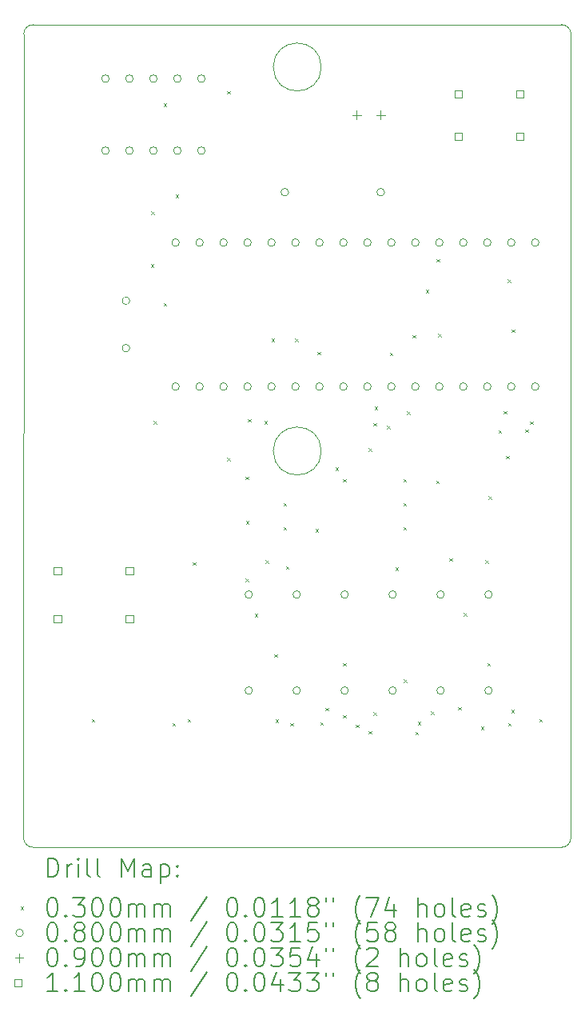
<source format=gbr>
%TF.GenerationSoftware,KiCad,Pcbnew,9.0.5-1.fc42*%
%TF.CreationDate,2025-11-09T17:32:50+08:00*%
%TF.ProjectId,JACC64-512K,4a414343-3634-42d3-9531-324b2e6b6963,rev?*%
%TF.SameCoordinates,Original*%
%TF.FileFunction,Drillmap*%
%TF.FilePolarity,Positive*%
%FSLAX45Y45*%
G04 Gerber Fmt 4.5, Leading zero omitted, Abs format (unit mm)*
G04 Created by KiCad (PCBNEW 9.0.5-1.fc42) date 2025-11-09 17:32:50*
%MOMM*%
%LPD*%
G01*
G04 APERTURE LIST*
%ADD10C,0.050000*%
%ADD11C,0.200000*%
%ADD12C,0.100000*%
%ADD13C,0.110000*%
G04 APERTURE END LIST*
D10*
X12064185Y-15314514D02*
G75*
G02*
X11964186Y-15214514I-5J99994D01*
G01*
X12065098Y-6608380D02*
X17663862Y-6608380D01*
X17663862Y-6608380D02*
G75*
G02*
X17763860Y-6708380I-2J-100000D01*
G01*
X11964185Y-15214514D02*
X11965098Y-6708380D01*
X17763862Y-6708380D02*
X17762949Y-15214514D01*
X11965098Y-6708380D02*
G75*
G02*
X12065098Y-6608378I100012J-10D01*
G01*
X17762949Y-15214514D02*
G75*
G02*
X17662949Y-15314519I-100009J4D01*
G01*
X15117780Y-11120391D02*
G75*
G02*
X14609780Y-11120391I-254000J0D01*
G01*
X14609780Y-11120391D02*
G75*
G02*
X15117780Y-11120391I254000J0D01*
G01*
X15117780Y-7056391D02*
G75*
G02*
X14609780Y-7056391I-254000J0D01*
G01*
X14609780Y-7056391D02*
G75*
G02*
X15117780Y-7056391I254000J0D01*
G01*
X17662949Y-15314514D02*
X12064185Y-15314514D01*
D11*
D12*
X12685000Y-13955000D02*
X12715000Y-13985000D01*
X12715000Y-13955000D02*
X12685000Y-13985000D01*
X13313578Y-9141954D02*
X13343578Y-9171954D01*
X13343578Y-9141954D02*
X13313578Y-9171954D01*
X13317793Y-8585643D02*
X13347793Y-8615643D01*
X13347793Y-8585643D02*
X13317793Y-8615643D01*
X13343940Y-10800860D02*
X13373940Y-10830860D01*
X13373940Y-10800860D02*
X13343940Y-10830860D01*
X13446530Y-7439690D02*
X13476530Y-7469690D01*
X13476530Y-7439690D02*
X13446530Y-7469690D01*
X13447220Y-9552780D02*
X13477220Y-9582780D01*
X13477220Y-9552780D02*
X13447220Y-9582780D01*
X13539650Y-14000540D02*
X13569650Y-14030540D01*
X13569650Y-14000540D02*
X13539650Y-14030540D01*
X13574876Y-8408635D02*
X13604876Y-8438635D01*
X13604876Y-8408635D02*
X13574876Y-8438635D01*
X13701000Y-13955000D02*
X13731000Y-13985000D01*
X13731000Y-13955000D02*
X13701000Y-13985000D01*
X13756225Y-12295739D02*
X13786225Y-12325739D01*
X13786225Y-12295739D02*
X13756225Y-12325739D01*
X14121630Y-7310140D02*
X14151630Y-7340140D01*
X14151630Y-7310140D02*
X14121630Y-7340140D01*
X14122900Y-11193180D02*
X14152900Y-11223180D01*
X14152900Y-11193180D02*
X14122900Y-11223180D01*
X14317445Y-11390844D02*
X14347445Y-11420844D01*
X14347445Y-11390844D02*
X14317445Y-11420844D01*
X14317670Y-12472290D02*
X14347670Y-12502290D01*
X14347670Y-12472290D02*
X14317670Y-12502290D01*
X14321660Y-11862866D02*
X14351660Y-11892866D01*
X14351660Y-11862866D02*
X14321660Y-11892866D01*
X14342554Y-10783415D02*
X14372554Y-10813415D01*
X14372554Y-10783415D02*
X14342554Y-10813415D01*
X14412620Y-12843380D02*
X14442620Y-12873380D01*
X14442620Y-12843380D02*
X14412620Y-12873380D01*
X14516370Y-10800860D02*
X14546370Y-10830860D01*
X14546370Y-10800860D02*
X14516370Y-10830860D01*
X14527560Y-12274710D02*
X14557560Y-12304710D01*
X14557560Y-12274710D02*
X14527560Y-12304710D01*
X14591386Y-9932635D02*
X14621386Y-9962635D01*
X14621386Y-9932635D02*
X14591386Y-9962635D01*
X14618542Y-13270855D02*
X14648542Y-13300855D01*
X14648542Y-13270855D02*
X14618542Y-13300855D01*
X14634950Y-13960080D02*
X14664950Y-13990080D01*
X14664950Y-13960080D02*
X14634950Y-13990080D01*
X14717000Y-11669000D02*
X14747000Y-11699000D01*
X14747000Y-11669000D02*
X14717000Y-11699000D01*
X14717000Y-11923000D02*
X14747000Y-11953000D01*
X14747000Y-11923000D02*
X14717000Y-11953000D01*
X14743107Y-12339102D02*
X14773107Y-12369102D01*
X14773107Y-12339102D02*
X14743107Y-12369102D01*
X14790440Y-14000540D02*
X14820440Y-14030540D01*
X14820440Y-14000540D02*
X14790440Y-14030540D01*
X14840040Y-9932635D02*
X14870040Y-9962635D01*
X14870040Y-9932635D02*
X14840040Y-9962635D01*
X15055685Y-11944227D02*
X15085685Y-11974227D01*
X15085685Y-11944227D02*
X15055685Y-11974227D01*
X15076051Y-10071713D02*
X15106051Y-10101713D01*
X15106051Y-10071713D02*
X15076051Y-10101713D01*
X15106545Y-13988794D02*
X15136545Y-14018794D01*
X15136545Y-13988794D02*
X15106545Y-14018794D01*
X15164300Y-13836360D02*
X15194300Y-13866360D01*
X15194300Y-13836360D02*
X15164300Y-13866360D01*
X15269320Y-11294900D02*
X15299320Y-11324900D01*
X15299320Y-11294900D02*
X15269320Y-11324900D01*
X15348529Y-13364008D02*
X15378529Y-13394008D01*
X15378529Y-13364008D02*
X15348529Y-13394008D01*
X15350394Y-13915480D02*
X15380394Y-13945480D01*
X15380394Y-13915480D02*
X15350394Y-13945480D01*
X15350660Y-11415690D02*
X15380660Y-11445690D01*
X15380660Y-11415690D02*
X15350660Y-11445690D01*
X15483670Y-14016940D02*
X15513670Y-14046940D01*
X15513670Y-14016940D02*
X15483670Y-14046940D01*
X15617440Y-11091740D02*
X15647440Y-11121740D01*
X15647440Y-11091740D02*
X15617440Y-11121740D01*
X15617440Y-14082260D02*
X15647440Y-14112260D01*
X15647440Y-14082260D02*
X15617440Y-14112260D01*
X15669880Y-10824790D02*
X15699880Y-10854790D01*
X15699880Y-10824790D02*
X15669880Y-10854790D01*
X15670160Y-13885320D02*
X15700160Y-13915320D01*
X15700160Y-13885320D02*
X15670160Y-13915320D01*
X15681980Y-10648780D02*
X15711980Y-10678780D01*
X15711980Y-10648780D02*
X15681980Y-10678780D01*
X15813480Y-10855050D02*
X15843480Y-10885050D01*
X15843480Y-10855050D02*
X15813480Y-10885050D01*
X15842266Y-10077568D02*
X15872266Y-10107568D01*
X15872266Y-10077568D02*
X15842266Y-10107568D01*
X15902089Y-12351745D02*
X15932089Y-12381745D01*
X15932089Y-12351745D02*
X15902089Y-12381745D01*
X15987000Y-11415000D02*
X16017000Y-11445000D01*
X16017000Y-11415000D02*
X15987000Y-11445000D01*
X15987000Y-11669000D02*
X16017000Y-11699000D01*
X16017000Y-11669000D02*
X15987000Y-11699000D01*
X15987000Y-11923000D02*
X16017000Y-11953000D01*
X16017000Y-11923000D02*
X15987000Y-11953000D01*
X15991780Y-13538014D02*
X16021780Y-13568014D01*
X16021780Y-13538014D02*
X15991780Y-13568014D01*
X16024309Y-10699670D02*
X16054309Y-10729670D01*
X16054309Y-10699670D02*
X16024309Y-10729670D01*
X16086706Y-9892131D02*
X16116706Y-9922131D01*
X16116706Y-9892131D02*
X16086706Y-9922131D01*
X16114410Y-14091530D02*
X16144410Y-14121530D01*
X16144410Y-14091530D02*
X16114410Y-14121530D01*
X16139940Y-13986930D02*
X16169940Y-14016930D01*
X16169940Y-13986930D02*
X16139940Y-14016930D01*
X16226960Y-9415020D02*
X16256960Y-9445020D01*
X16256960Y-9415020D02*
X16226960Y-9445020D01*
X16282210Y-13876940D02*
X16312210Y-13906940D01*
X16312210Y-13876940D02*
X16282210Y-13906940D01*
X16336180Y-11432989D02*
X16366180Y-11462989D01*
X16366180Y-11432989D02*
X16336180Y-11462989D01*
X16340890Y-9090270D02*
X16370890Y-9120270D01*
X16370890Y-9090270D02*
X16340890Y-9120270D01*
X16356432Y-9879488D02*
X16386432Y-9909488D01*
X16386432Y-9879488D02*
X16356432Y-9909488D01*
X16476181Y-12255260D02*
X16506181Y-12285260D01*
X16506181Y-12255260D02*
X16476181Y-12285260D01*
X16569920Y-13829970D02*
X16599920Y-13859970D01*
X16599920Y-13829970D02*
X16569920Y-13859970D01*
X16629460Y-12837020D02*
X16659460Y-12867020D01*
X16659460Y-12837020D02*
X16629460Y-12867020D01*
X16809620Y-14034950D02*
X16839620Y-14064950D01*
X16839620Y-14034950D02*
X16809620Y-14064950D01*
X16855416Y-12277561D02*
X16885416Y-12307561D01*
X16885416Y-12277561D02*
X16855416Y-12307561D01*
X16876251Y-13362315D02*
X16906251Y-13392315D01*
X16906251Y-13362315D02*
X16876251Y-13392315D01*
X16887457Y-11598995D02*
X16917457Y-11628995D01*
X16917457Y-11598995D02*
X16887457Y-11628995D01*
X16994380Y-10900970D02*
X17024380Y-10930970D01*
X17024380Y-10900970D02*
X16994380Y-10930970D01*
X17051821Y-10697097D02*
X17081821Y-10727097D01*
X17081821Y-10697097D02*
X17051821Y-10727097D01*
X17073990Y-11172870D02*
X17103990Y-11202870D01*
X17103990Y-11172870D02*
X17073990Y-11202870D01*
X17093966Y-9302104D02*
X17123966Y-9332104D01*
X17123966Y-9302104D02*
X17093966Y-9332104D01*
X17097240Y-14000540D02*
X17127240Y-14030540D01*
X17127240Y-14000540D02*
X17097240Y-14030540D01*
X17130510Y-13857350D02*
X17160510Y-13887350D01*
X17160510Y-13857350D02*
X17130510Y-13887350D01*
X17136111Y-9833129D02*
X17166111Y-9863129D01*
X17166111Y-9833129D02*
X17136111Y-9863129D01*
X17279100Y-10892080D02*
X17309100Y-10922080D01*
X17309100Y-10892080D02*
X17279100Y-10922080D01*
X17329690Y-10808030D02*
X17359690Y-10838030D01*
X17359690Y-10808030D02*
X17329690Y-10838030D01*
X17427620Y-13957380D02*
X17457620Y-13987380D01*
X17457620Y-13957380D02*
X17427620Y-13987380D01*
X12871780Y-7179140D02*
G75*
G02*
X12791780Y-7179140I-40000J0D01*
G01*
X12791780Y-7179140D02*
G75*
G02*
X12871780Y-7179140I40000J0D01*
G01*
X12871780Y-7941140D02*
G75*
G02*
X12791780Y-7941140I-40000J0D01*
G01*
X12791780Y-7941140D02*
G75*
G02*
X12871780Y-7941140I40000J0D01*
G01*
X13088820Y-9530700D02*
G75*
G02*
X13008820Y-9530700I-40000J0D01*
G01*
X13008820Y-9530700D02*
G75*
G02*
X13088820Y-9530700I40000J0D01*
G01*
X13088820Y-10030700D02*
G75*
G02*
X13008820Y-10030700I-40000J0D01*
G01*
X13008820Y-10030700D02*
G75*
G02*
X13088820Y-10030700I40000J0D01*
G01*
X13125780Y-7179140D02*
G75*
G02*
X13045780Y-7179140I-40000J0D01*
G01*
X13045780Y-7179140D02*
G75*
G02*
X13125780Y-7179140I40000J0D01*
G01*
X13125780Y-7941140D02*
G75*
G02*
X13045780Y-7941140I-40000J0D01*
G01*
X13045780Y-7941140D02*
G75*
G02*
X13125780Y-7941140I40000J0D01*
G01*
X13379780Y-7179140D02*
G75*
G02*
X13299780Y-7179140I-40000J0D01*
G01*
X13299780Y-7179140D02*
G75*
G02*
X13379780Y-7179140I40000J0D01*
G01*
X13379780Y-7941140D02*
G75*
G02*
X13299780Y-7941140I-40000J0D01*
G01*
X13299780Y-7941140D02*
G75*
G02*
X13379780Y-7941140I40000J0D01*
G01*
X13614810Y-8914520D02*
G75*
G02*
X13534810Y-8914520I-40000J0D01*
G01*
X13534810Y-8914520D02*
G75*
G02*
X13614810Y-8914520I40000J0D01*
G01*
X13614810Y-10438520D02*
G75*
G02*
X13534810Y-10438520I-40000J0D01*
G01*
X13534810Y-10438520D02*
G75*
G02*
X13614810Y-10438520I40000J0D01*
G01*
X13633780Y-7179140D02*
G75*
G02*
X13553780Y-7179140I-40000J0D01*
G01*
X13553780Y-7179140D02*
G75*
G02*
X13633780Y-7179140I40000J0D01*
G01*
X13633780Y-7941140D02*
G75*
G02*
X13553780Y-7941140I-40000J0D01*
G01*
X13553780Y-7941140D02*
G75*
G02*
X13633780Y-7941140I40000J0D01*
G01*
X13868810Y-8914520D02*
G75*
G02*
X13788810Y-8914520I-40000J0D01*
G01*
X13788810Y-8914520D02*
G75*
G02*
X13868810Y-8914520I40000J0D01*
G01*
X13868810Y-10438520D02*
G75*
G02*
X13788810Y-10438520I-40000J0D01*
G01*
X13788810Y-10438520D02*
G75*
G02*
X13868810Y-10438520I40000J0D01*
G01*
X13887780Y-7179140D02*
G75*
G02*
X13807780Y-7179140I-40000J0D01*
G01*
X13807780Y-7179140D02*
G75*
G02*
X13887780Y-7179140I40000J0D01*
G01*
X13887780Y-7941140D02*
G75*
G02*
X13807780Y-7941140I-40000J0D01*
G01*
X13807780Y-7941140D02*
G75*
G02*
X13887780Y-7941140I40000J0D01*
G01*
X14122810Y-8914520D02*
G75*
G02*
X14042810Y-8914520I-40000J0D01*
G01*
X14042810Y-8914520D02*
G75*
G02*
X14122810Y-8914520I40000J0D01*
G01*
X14122810Y-10438520D02*
G75*
G02*
X14042810Y-10438520I-40000J0D01*
G01*
X14042810Y-10438520D02*
G75*
G02*
X14122810Y-10438520I40000J0D01*
G01*
X14376810Y-8914520D02*
G75*
G02*
X14296810Y-8914520I-40000J0D01*
G01*
X14296810Y-8914520D02*
G75*
G02*
X14376810Y-8914520I40000J0D01*
G01*
X14376810Y-10438520D02*
G75*
G02*
X14296810Y-10438520I-40000J0D01*
G01*
X14296810Y-10438520D02*
G75*
G02*
X14376810Y-10438520I40000J0D01*
G01*
X14389660Y-12639310D02*
G75*
G02*
X14309660Y-12639310I-40000J0D01*
G01*
X14309660Y-12639310D02*
G75*
G02*
X14389660Y-12639310I40000J0D01*
G01*
X14389660Y-13655310D02*
G75*
G02*
X14309660Y-13655310I-40000J0D01*
G01*
X14309660Y-13655310D02*
G75*
G02*
X14389660Y-13655310I40000J0D01*
G01*
X14630810Y-8914520D02*
G75*
G02*
X14550810Y-8914520I-40000J0D01*
G01*
X14550810Y-8914520D02*
G75*
G02*
X14630810Y-8914520I40000J0D01*
G01*
X14630810Y-10438520D02*
G75*
G02*
X14550810Y-10438520I-40000J0D01*
G01*
X14550810Y-10438520D02*
G75*
G02*
X14630810Y-10438520I40000J0D01*
G01*
X14772000Y-8382000D02*
G75*
G02*
X14692000Y-8382000I-40000J0D01*
G01*
X14692000Y-8382000D02*
G75*
G02*
X14772000Y-8382000I40000J0D01*
G01*
X14884810Y-8914520D02*
G75*
G02*
X14804810Y-8914520I-40000J0D01*
G01*
X14804810Y-8914520D02*
G75*
G02*
X14884810Y-8914520I40000J0D01*
G01*
X14884810Y-10438520D02*
G75*
G02*
X14804810Y-10438520I-40000J0D01*
G01*
X14804810Y-10438520D02*
G75*
G02*
X14884810Y-10438520I40000J0D01*
G01*
X14897660Y-12639310D02*
G75*
G02*
X14817660Y-12639310I-40000J0D01*
G01*
X14817660Y-12639310D02*
G75*
G02*
X14897660Y-12639310I40000J0D01*
G01*
X14897660Y-13655310D02*
G75*
G02*
X14817660Y-13655310I-40000J0D01*
G01*
X14817660Y-13655310D02*
G75*
G02*
X14897660Y-13655310I40000J0D01*
G01*
X15138810Y-8914520D02*
G75*
G02*
X15058810Y-8914520I-40000J0D01*
G01*
X15058810Y-8914520D02*
G75*
G02*
X15138810Y-8914520I40000J0D01*
G01*
X15138810Y-10438520D02*
G75*
G02*
X15058810Y-10438520I-40000J0D01*
G01*
X15058810Y-10438520D02*
G75*
G02*
X15138810Y-10438520I40000J0D01*
G01*
X15392810Y-8914520D02*
G75*
G02*
X15312810Y-8914520I-40000J0D01*
G01*
X15312810Y-8914520D02*
G75*
G02*
X15392810Y-8914520I40000J0D01*
G01*
X15392810Y-10438520D02*
G75*
G02*
X15312810Y-10438520I-40000J0D01*
G01*
X15312810Y-10438520D02*
G75*
G02*
X15392810Y-10438520I40000J0D01*
G01*
X15405660Y-12639310D02*
G75*
G02*
X15325660Y-12639310I-40000J0D01*
G01*
X15325660Y-12639310D02*
G75*
G02*
X15405660Y-12639310I40000J0D01*
G01*
X15405660Y-13655310D02*
G75*
G02*
X15325660Y-13655310I-40000J0D01*
G01*
X15325660Y-13655310D02*
G75*
G02*
X15405660Y-13655310I40000J0D01*
G01*
X15646810Y-8914520D02*
G75*
G02*
X15566810Y-8914520I-40000J0D01*
G01*
X15566810Y-8914520D02*
G75*
G02*
X15646810Y-8914520I40000J0D01*
G01*
X15646810Y-10438520D02*
G75*
G02*
X15566810Y-10438520I-40000J0D01*
G01*
X15566810Y-10438520D02*
G75*
G02*
X15646810Y-10438520I40000J0D01*
G01*
X15788000Y-8382000D02*
G75*
G02*
X15708000Y-8382000I-40000J0D01*
G01*
X15708000Y-8382000D02*
G75*
G02*
X15788000Y-8382000I40000J0D01*
G01*
X15900810Y-8914520D02*
G75*
G02*
X15820810Y-8914520I-40000J0D01*
G01*
X15820810Y-8914520D02*
G75*
G02*
X15900810Y-8914520I40000J0D01*
G01*
X15900810Y-10438520D02*
G75*
G02*
X15820810Y-10438520I-40000J0D01*
G01*
X15820810Y-10438520D02*
G75*
G02*
X15900810Y-10438520I40000J0D01*
G01*
X15913660Y-12639310D02*
G75*
G02*
X15833660Y-12639310I-40000J0D01*
G01*
X15833660Y-12639310D02*
G75*
G02*
X15913660Y-12639310I40000J0D01*
G01*
X15913660Y-13655310D02*
G75*
G02*
X15833660Y-13655310I-40000J0D01*
G01*
X15833660Y-13655310D02*
G75*
G02*
X15913660Y-13655310I40000J0D01*
G01*
X16154810Y-8914520D02*
G75*
G02*
X16074810Y-8914520I-40000J0D01*
G01*
X16074810Y-8914520D02*
G75*
G02*
X16154810Y-8914520I40000J0D01*
G01*
X16154810Y-10438520D02*
G75*
G02*
X16074810Y-10438520I-40000J0D01*
G01*
X16074810Y-10438520D02*
G75*
G02*
X16154810Y-10438520I40000J0D01*
G01*
X16408810Y-8914520D02*
G75*
G02*
X16328810Y-8914520I-40000J0D01*
G01*
X16328810Y-8914520D02*
G75*
G02*
X16408810Y-8914520I40000J0D01*
G01*
X16408810Y-10438520D02*
G75*
G02*
X16328810Y-10438520I-40000J0D01*
G01*
X16328810Y-10438520D02*
G75*
G02*
X16408810Y-10438520I40000J0D01*
G01*
X16421660Y-12639310D02*
G75*
G02*
X16341660Y-12639310I-40000J0D01*
G01*
X16341660Y-12639310D02*
G75*
G02*
X16421660Y-12639310I40000J0D01*
G01*
X16421660Y-13655310D02*
G75*
G02*
X16341660Y-13655310I-40000J0D01*
G01*
X16341660Y-13655310D02*
G75*
G02*
X16421660Y-13655310I40000J0D01*
G01*
X16662810Y-8914520D02*
G75*
G02*
X16582810Y-8914520I-40000J0D01*
G01*
X16582810Y-8914520D02*
G75*
G02*
X16662810Y-8914520I40000J0D01*
G01*
X16662810Y-10438520D02*
G75*
G02*
X16582810Y-10438520I-40000J0D01*
G01*
X16582810Y-10438520D02*
G75*
G02*
X16662810Y-10438520I40000J0D01*
G01*
X16916810Y-8914520D02*
G75*
G02*
X16836810Y-8914520I-40000J0D01*
G01*
X16836810Y-8914520D02*
G75*
G02*
X16916810Y-8914520I40000J0D01*
G01*
X16916810Y-10438520D02*
G75*
G02*
X16836810Y-10438520I-40000J0D01*
G01*
X16836810Y-10438520D02*
G75*
G02*
X16916810Y-10438520I40000J0D01*
G01*
X16929660Y-12639310D02*
G75*
G02*
X16849660Y-12639310I-40000J0D01*
G01*
X16849660Y-12639310D02*
G75*
G02*
X16929660Y-12639310I40000J0D01*
G01*
X16929660Y-13655310D02*
G75*
G02*
X16849660Y-13655310I-40000J0D01*
G01*
X16849660Y-13655310D02*
G75*
G02*
X16929660Y-13655310I40000J0D01*
G01*
X17170810Y-8914520D02*
G75*
G02*
X17090810Y-8914520I-40000J0D01*
G01*
X17090810Y-8914520D02*
G75*
G02*
X17170810Y-8914520I40000J0D01*
G01*
X17170810Y-10438520D02*
G75*
G02*
X17090810Y-10438520I-40000J0D01*
G01*
X17090810Y-10438520D02*
G75*
G02*
X17170810Y-10438520I40000J0D01*
G01*
X17424810Y-8914520D02*
G75*
G02*
X17344810Y-8914520I-40000J0D01*
G01*
X17344810Y-8914520D02*
G75*
G02*
X17424810Y-8914520I40000J0D01*
G01*
X17424810Y-10438520D02*
G75*
G02*
X17344810Y-10438520I-40000J0D01*
G01*
X17344810Y-10438520D02*
G75*
G02*
X17424810Y-10438520I40000J0D01*
G01*
X15493520Y-7519390D02*
X15493520Y-7609390D01*
X15448520Y-7564390D02*
X15538520Y-7564390D01*
X15747520Y-7519390D02*
X15747520Y-7609390D01*
X15702520Y-7564390D02*
X15792520Y-7564390D01*
D13*
X12362671Y-12429281D02*
X12362671Y-12351499D01*
X12284889Y-12351499D01*
X12284889Y-12429281D01*
X12362671Y-12429281D01*
X12362671Y-12937281D02*
X12362671Y-12859499D01*
X12284889Y-12859499D01*
X12284889Y-12937281D01*
X12362671Y-12937281D01*
X13124671Y-12429281D02*
X13124671Y-12351499D01*
X13046889Y-12351499D01*
X13046889Y-12429281D01*
X13124671Y-12429281D01*
X13124671Y-12937281D02*
X13124671Y-12859499D01*
X13046889Y-12859499D01*
X13046889Y-12937281D01*
X13124671Y-12937281D01*
X16609671Y-7378281D02*
X16609671Y-7300499D01*
X16531889Y-7300499D01*
X16531889Y-7378281D01*
X16609671Y-7378281D01*
X16609671Y-7828281D02*
X16609671Y-7750499D01*
X16531889Y-7750499D01*
X16531889Y-7828281D01*
X16609671Y-7828281D01*
X17259671Y-7378281D02*
X17259671Y-7300499D01*
X17181889Y-7300499D01*
X17181889Y-7378281D01*
X17259671Y-7378281D01*
X17259671Y-7828281D02*
X17259671Y-7750499D01*
X17181889Y-7750499D01*
X17181889Y-7828281D01*
X17259671Y-7828281D01*
D11*
X12222462Y-15628497D02*
X12222462Y-15428497D01*
X12222462Y-15428497D02*
X12270081Y-15428497D01*
X12270081Y-15428497D02*
X12298652Y-15438021D01*
X12298652Y-15438021D02*
X12317700Y-15457069D01*
X12317700Y-15457069D02*
X12327223Y-15476116D01*
X12327223Y-15476116D02*
X12336747Y-15514212D01*
X12336747Y-15514212D02*
X12336747Y-15542783D01*
X12336747Y-15542783D02*
X12327223Y-15580878D01*
X12327223Y-15580878D02*
X12317700Y-15599926D01*
X12317700Y-15599926D02*
X12298652Y-15618974D01*
X12298652Y-15618974D02*
X12270081Y-15628497D01*
X12270081Y-15628497D02*
X12222462Y-15628497D01*
X12422462Y-15628497D02*
X12422462Y-15495164D01*
X12422462Y-15533259D02*
X12431985Y-15514212D01*
X12431985Y-15514212D02*
X12441509Y-15504688D01*
X12441509Y-15504688D02*
X12460557Y-15495164D01*
X12460557Y-15495164D02*
X12479604Y-15495164D01*
X12546271Y-15628497D02*
X12546271Y-15495164D01*
X12546271Y-15428497D02*
X12536747Y-15438021D01*
X12536747Y-15438021D02*
X12546271Y-15447545D01*
X12546271Y-15447545D02*
X12555795Y-15438021D01*
X12555795Y-15438021D02*
X12546271Y-15428497D01*
X12546271Y-15428497D02*
X12546271Y-15447545D01*
X12670081Y-15628497D02*
X12651033Y-15618974D01*
X12651033Y-15618974D02*
X12641509Y-15599926D01*
X12641509Y-15599926D02*
X12641509Y-15428497D01*
X12774842Y-15628497D02*
X12755795Y-15618974D01*
X12755795Y-15618974D02*
X12746271Y-15599926D01*
X12746271Y-15599926D02*
X12746271Y-15428497D01*
X13003414Y-15628497D02*
X13003414Y-15428497D01*
X13003414Y-15428497D02*
X13070081Y-15571355D01*
X13070081Y-15571355D02*
X13136747Y-15428497D01*
X13136747Y-15428497D02*
X13136747Y-15628497D01*
X13317700Y-15628497D02*
X13317700Y-15523736D01*
X13317700Y-15523736D02*
X13308176Y-15504688D01*
X13308176Y-15504688D02*
X13289128Y-15495164D01*
X13289128Y-15495164D02*
X13251033Y-15495164D01*
X13251033Y-15495164D02*
X13231985Y-15504688D01*
X13317700Y-15618974D02*
X13298652Y-15628497D01*
X13298652Y-15628497D02*
X13251033Y-15628497D01*
X13251033Y-15628497D02*
X13231985Y-15618974D01*
X13231985Y-15618974D02*
X13222462Y-15599926D01*
X13222462Y-15599926D02*
X13222462Y-15580878D01*
X13222462Y-15580878D02*
X13231985Y-15561831D01*
X13231985Y-15561831D02*
X13251033Y-15552307D01*
X13251033Y-15552307D02*
X13298652Y-15552307D01*
X13298652Y-15552307D02*
X13317700Y-15542783D01*
X13412938Y-15495164D02*
X13412938Y-15695164D01*
X13412938Y-15504688D02*
X13431985Y-15495164D01*
X13431985Y-15495164D02*
X13470081Y-15495164D01*
X13470081Y-15495164D02*
X13489128Y-15504688D01*
X13489128Y-15504688D02*
X13498652Y-15514212D01*
X13498652Y-15514212D02*
X13508176Y-15533259D01*
X13508176Y-15533259D02*
X13508176Y-15590402D01*
X13508176Y-15590402D02*
X13498652Y-15609450D01*
X13498652Y-15609450D02*
X13489128Y-15618974D01*
X13489128Y-15618974D02*
X13470081Y-15628497D01*
X13470081Y-15628497D02*
X13431985Y-15628497D01*
X13431985Y-15628497D02*
X13412938Y-15618974D01*
X13593890Y-15609450D02*
X13603414Y-15618974D01*
X13603414Y-15618974D02*
X13593890Y-15628497D01*
X13593890Y-15628497D02*
X13584366Y-15618974D01*
X13584366Y-15618974D02*
X13593890Y-15609450D01*
X13593890Y-15609450D02*
X13593890Y-15628497D01*
X13593890Y-15504688D02*
X13603414Y-15514212D01*
X13603414Y-15514212D02*
X13593890Y-15523736D01*
X13593890Y-15523736D02*
X13584366Y-15514212D01*
X13584366Y-15514212D02*
X13593890Y-15504688D01*
X13593890Y-15504688D02*
X13593890Y-15523736D01*
D12*
X11931685Y-15942014D02*
X11961685Y-15972014D01*
X11961685Y-15942014D02*
X11931685Y-15972014D01*
D11*
X12260557Y-15848497D02*
X12279604Y-15848497D01*
X12279604Y-15848497D02*
X12298652Y-15858021D01*
X12298652Y-15858021D02*
X12308176Y-15867545D01*
X12308176Y-15867545D02*
X12317700Y-15886593D01*
X12317700Y-15886593D02*
X12327223Y-15924688D01*
X12327223Y-15924688D02*
X12327223Y-15972307D01*
X12327223Y-15972307D02*
X12317700Y-16010402D01*
X12317700Y-16010402D02*
X12308176Y-16029450D01*
X12308176Y-16029450D02*
X12298652Y-16038974D01*
X12298652Y-16038974D02*
X12279604Y-16048497D01*
X12279604Y-16048497D02*
X12260557Y-16048497D01*
X12260557Y-16048497D02*
X12241509Y-16038974D01*
X12241509Y-16038974D02*
X12231985Y-16029450D01*
X12231985Y-16029450D02*
X12222462Y-16010402D01*
X12222462Y-16010402D02*
X12212938Y-15972307D01*
X12212938Y-15972307D02*
X12212938Y-15924688D01*
X12212938Y-15924688D02*
X12222462Y-15886593D01*
X12222462Y-15886593D02*
X12231985Y-15867545D01*
X12231985Y-15867545D02*
X12241509Y-15858021D01*
X12241509Y-15858021D02*
X12260557Y-15848497D01*
X12412938Y-16029450D02*
X12422462Y-16038974D01*
X12422462Y-16038974D02*
X12412938Y-16048497D01*
X12412938Y-16048497D02*
X12403414Y-16038974D01*
X12403414Y-16038974D02*
X12412938Y-16029450D01*
X12412938Y-16029450D02*
X12412938Y-16048497D01*
X12489128Y-15848497D02*
X12612938Y-15848497D01*
X12612938Y-15848497D02*
X12546271Y-15924688D01*
X12546271Y-15924688D02*
X12574843Y-15924688D01*
X12574843Y-15924688D02*
X12593890Y-15934212D01*
X12593890Y-15934212D02*
X12603414Y-15943736D01*
X12603414Y-15943736D02*
X12612938Y-15962783D01*
X12612938Y-15962783D02*
X12612938Y-16010402D01*
X12612938Y-16010402D02*
X12603414Y-16029450D01*
X12603414Y-16029450D02*
X12593890Y-16038974D01*
X12593890Y-16038974D02*
X12574843Y-16048497D01*
X12574843Y-16048497D02*
X12517700Y-16048497D01*
X12517700Y-16048497D02*
X12498652Y-16038974D01*
X12498652Y-16038974D02*
X12489128Y-16029450D01*
X12736747Y-15848497D02*
X12755795Y-15848497D01*
X12755795Y-15848497D02*
X12774843Y-15858021D01*
X12774843Y-15858021D02*
X12784366Y-15867545D01*
X12784366Y-15867545D02*
X12793890Y-15886593D01*
X12793890Y-15886593D02*
X12803414Y-15924688D01*
X12803414Y-15924688D02*
X12803414Y-15972307D01*
X12803414Y-15972307D02*
X12793890Y-16010402D01*
X12793890Y-16010402D02*
X12784366Y-16029450D01*
X12784366Y-16029450D02*
X12774843Y-16038974D01*
X12774843Y-16038974D02*
X12755795Y-16048497D01*
X12755795Y-16048497D02*
X12736747Y-16048497D01*
X12736747Y-16048497D02*
X12717700Y-16038974D01*
X12717700Y-16038974D02*
X12708176Y-16029450D01*
X12708176Y-16029450D02*
X12698652Y-16010402D01*
X12698652Y-16010402D02*
X12689128Y-15972307D01*
X12689128Y-15972307D02*
X12689128Y-15924688D01*
X12689128Y-15924688D02*
X12698652Y-15886593D01*
X12698652Y-15886593D02*
X12708176Y-15867545D01*
X12708176Y-15867545D02*
X12717700Y-15858021D01*
X12717700Y-15858021D02*
X12736747Y-15848497D01*
X12927223Y-15848497D02*
X12946271Y-15848497D01*
X12946271Y-15848497D02*
X12965319Y-15858021D01*
X12965319Y-15858021D02*
X12974843Y-15867545D01*
X12974843Y-15867545D02*
X12984366Y-15886593D01*
X12984366Y-15886593D02*
X12993890Y-15924688D01*
X12993890Y-15924688D02*
X12993890Y-15972307D01*
X12993890Y-15972307D02*
X12984366Y-16010402D01*
X12984366Y-16010402D02*
X12974843Y-16029450D01*
X12974843Y-16029450D02*
X12965319Y-16038974D01*
X12965319Y-16038974D02*
X12946271Y-16048497D01*
X12946271Y-16048497D02*
X12927223Y-16048497D01*
X12927223Y-16048497D02*
X12908176Y-16038974D01*
X12908176Y-16038974D02*
X12898652Y-16029450D01*
X12898652Y-16029450D02*
X12889128Y-16010402D01*
X12889128Y-16010402D02*
X12879604Y-15972307D01*
X12879604Y-15972307D02*
X12879604Y-15924688D01*
X12879604Y-15924688D02*
X12889128Y-15886593D01*
X12889128Y-15886593D02*
X12898652Y-15867545D01*
X12898652Y-15867545D02*
X12908176Y-15858021D01*
X12908176Y-15858021D02*
X12927223Y-15848497D01*
X13079604Y-16048497D02*
X13079604Y-15915164D01*
X13079604Y-15934212D02*
X13089128Y-15924688D01*
X13089128Y-15924688D02*
X13108176Y-15915164D01*
X13108176Y-15915164D02*
X13136747Y-15915164D01*
X13136747Y-15915164D02*
X13155795Y-15924688D01*
X13155795Y-15924688D02*
X13165319Y-15943736D01*
X13165319Y-15943736D02*
X13165319Y-16048497D01*
X13165319Y-15943736D02*
X13174843Y-15924688D01*
X13174843Y-15924688D02*
X13193890Y-15915164D01*
X13193890Y-15915164D02*
X13222462Y-15915164D01*
X13222462Y-15915164D02*
X13241509Y-15924688D01*
X13241509Y-15924688D02*
X13251033Y-15943736D01*
X13251033Y-15943736D02*
X13251033Y-16048497D01*
X13346271Y-16048497D02*
X13346271Y-15915164D01*
X13346271Y-15934212D02*
X13355795Y-15924688D01*
X13355795Y-15924688D02*
X13374843Y-15915164D01*
X13374843Y-15915164D02*
X13403414Y-15915164D01*
X13403414Y-15915164D02*
X13422462Y-15924688D01*
X13422462Y-15924688D02*
X13431985Y-15943736D01*
X13431985Y-15943736D02*
X13431985Y-16048497D01*
X13431985Y-15943736D02*
X13441509Y-15924688D01*
X13441509Y-15924688D02*
X13460557Y-15915164D01*
X13460557Y-15915164D02*
X13489128Y-15915164D01*
X13489128Y-15915164D02*
X13508176Y-15924688D01*
X13508176Y-15924688D02*
X13517700Y-15943736D01*
X13517700Y-15943736D02*
X13517700Y-16048497D01*
X13908176Y-15838974D02*
X13736747Y-16096116D01*
X14165319Y-15848497D02*
X14184367Y-15848497D01*
X14184367Y-15848497D02*
X14203414Y-15858021D01*
X14203414Y-15858021D02*
X14212938Y-15867545D01*
X14212938Y-15867545D02*
X14222462Y-15886593D01*
X14222462Y-15886593D02*
X14231986Y-15924688D01*
X14231986Y-15924688D02*
X14231986Y-15972307D01*
X14231986Y-15972307D02*
X14222462Y-16010402D01*
X14222462Y-16010402D02*
X14212938Y-16029450D01*
X14212938Y-16029450D02*
X14203414Y-16038974D01*
X14203414Y-16038974D02*
X14184367Y-16048497D01*
X14184367Y-16048497D02*
X14165319Y-16048497D01*
X14165319Y-16048497D02*
X14146271Y-16038974D01*
X14146271Y-16038974D02*
X14136747Y-16029450D01*
X14136747Y-16029450D02*
X14127224Y-16010402D01*
X14127224Y-16010402D02*
X14117700Y-15972307D01*
X14117700Y-15972307D02*
X14117700Y-15924688D01*
X14117700Y-15924688D02*
X14127224Y-15886593D01*
X14127224Y-15886593D02*
X14136747Y-15867545D01*
X14136747Y-15867545D02*
X14146271Y-15858021D01*
X14146271Y-15858021D02*
X14165319Y-15848497D01*
X14317700Y-16029450D02*
X14327224Y-16038974D01*
X14327224Y-16038974D02*
X14317700Y-16048497D01*
X14317700Y-16048497D02*
X14308176Y-16038974D01*
X14308176Y-16038974D02*
X14317700Y-16029450D01*
X14317700Y-16029450D02*
X14317700Y-16048497D01*
X14451033Y-15848497D02*
X14470081Y-15848497D01*
X14470081Y-15848497D02*
X14489128Y-15858021D01*
X14489128Y-15858021D02*
X14498652Y-15867545D01*
X14498652Y-15867545D02*
X14508176Y-15886593D01*
X14508176Y-15886593D02*
X14517700Y-15924688D01*
X14517700Y-15924688D02*
X14517700Y-15972307D01*
X14517700Y-15972307D02*
X14508176Y-16010402D01*
X14508176Y-16010402D02*
X14498652Y-16029450D01*
X14498652Y-16029450D02*
X14489128Y-16038974D01*
X14489128Y-16038974D02*
X14470081Y-16048497D01*
X14470081Y-16048497D02*
X14451033Y-16048497D01*
X14451033Y-16048497D02*
X14431986Y-16038974D01*
X14431986Y-16038974D02*
X14422462Y-16029450D01*
X14422462Y-16029450D02*
X14412938Y-16010402D01*
X14412938Y-16010402D02*
X14403414Y-15972307D01*
X14403414Y-15972307D02*
X14403414Y-15924688D01*
X14403414Y-15924688D02*
X14412938Y-15886593D01*
X14412938Y-15886593D02*
X14422462Y-15867545D01*
X14422462Y-15867545D02*
X14431986Y-15858021D01*
X14431986Y-15858021D02*
X14451033Y-15848497D01*
X14708176Y-16048497D02*
X14593890Y-16048497D01*
X14651033Y-16048497D02*
X14651033Y-15848497D01*
X14651033Y-15848497D02*
X14631986Y-15877069D01*
X14631986Y-15877069D02*
X14612938Y-15896116D01*
X14612938Y-15896116D02*
X14593890Y-15905640D01*
X14898652Y-16048497D02*
X14784367Y-16048497D01*
X14841509Y-16048497D02*
X14841509Y-15848497D01*
X14841509Y-15848497D02*
X14822462Y-15877069D01*
X14822462Y-15877069D02*
X14803414Y-15896116D01*
X14803414Y-15896116D02*
X14784367Y-15905640D01*
X15012938Y-15934212D02*
X14993890Y-15924688D01*
X14993890Y-15924688D02*
X14984367Y-15915164D01*
X14984367Y-15915164D02*
X14974843Y-15896116D01*
X14974843Y-15896116D02*
X14974843Y-15886593D01*
X14974843Y-15886593D02*
X14984367Y-15867545D01*
X14984367Y-15867545D02*
X14993890Y-15858021D01*
X14993890Y-15858021D02*
X15012938Y-15848497D01*
X15012938Y-15848497D02*
X15051033Y-15848497D01*
X15051033Y-15848497D02*
X15070081Y-15858021D01*
X15070081Y-15858021D02*
X15079605Y-15867545D01*
X15079605Y-15867545D02*
X15089128Y-15886593D01*
X15089128Y-15886593D02*
X15089128Y-15896116D01*
X15089128Y-15896116D02*
X15079605Y-15915164D01*
X15079605Y-15915164D02*
X15070081Y-15924688D01*
X15070081Y-15924688D02*
X15051033Y-15934212D01*
X15051033Y-15934212D02*
X15012938Y-15934212D01*
X15012938Y-15934212D02*
X14993890Y-15943736D01*
X14993890Y-15943736D02*
X14984367Y-15953259D01*
X14984367Y-15953259D02*
X14974843Y-15972307D01*
X14974843Y-15972307D02*
X14974843Y-16010402D01*
X14974843Y-16010402D02*
X14984367Y-16029450D01*
X14984367Y-16029450D02*
X14993890Y-16038974D01*
X14993890Y-16038974D02*
X15012938Y-16048497D01*
X15012938Y-16048497D02*
X15051033Y-16048497D01*
X15051033Y-16048497D02*
X15070081Y-16038974D01*
X15070081Y-16038974D02*
X15079605Y-16029450D01*
X15079605Y-16029450D02*
X15089128Y-16010402D01*
X15089128Y-16010402D02*
X15089128Y-15972307D01*
X15089128Y-15972307D02*
X15079605Y-15953259D01*
X15079605Y-15953259D02*
X15070081Y-15943736D01*
X15070081Y-15943736D02*
X15051033Y-15934212D01*
X15165319Y-15848497D02*
X15165319Y-15886593D01*
X15241509Y-15848497D02*
X15241509Y-15886593D01*
X15536748Y-16124688D02*
X15527224Y-16115164D01*
X15527224Y-16115164D02*
X15508176Y-16086593D01*
X15508176Y-16086593D02*
X15498652Y-16067545D01*
X15498652Y-16067545D02*
X15489129Y-16038974D01*
X15489129Y-16038974D02*
X15479605Y-15991355D01*
X15479605Y-15991355D02*
X15479605Y-15953259D01*
X15479605Y-15953259D02*
X15489129Y-15905640D01*
X15489129Y-15905640D02*
X15498652Y-15877069D01*
X15498652Y-15877069D02*
X15508176Y-15858021D01*
X15508176Y-15858021D02*
X15527224Y-15829450D01*
X15527224Y-15829450D02*
X15536748Y-15819926D01*
X15593890Y-15848497D02*
X15727224Y-15848497D01*
X15727224Y-15848497D02*
X15641509Y-16048497D01*
X15889129Y-15915164D02*
X15889129Y-16048497D01*
X15841509Y-15838974D02*
X15793890Y-15981831D01*
X15793890Y-15981831D02*
X15917700Y-15981831D01*
X16146271Y-16048497D02*
X16146271Y-15848497D01*
X16231986Y-16048497D02*
X16231986Y-15943736D01*
X16231986Y-15943736D02*
X16222462Y-15924688D01*
X16222462Y-15924688D02*
X16203414Y-15915164D01*
X16203414Y-15915164D02*
X16174843Y-15915164D01*
X16174843Y-15915164D02*
X16155795Y-15924688D01*
X16155795Y-15924688D02*
X16146271Y-15934212D01*
X16355795Y-16048497D02*
X16336748Y-16038974D01*
X16336748Y-16038974D02*
X16327224Y-16029450D01*
X16327224Y-16029450D02*
X16317700Y-16010402D01*
X16317700Y-16010402D02*
X16317700Y-15953259D01*
X16317700Y-15953259D02*
X16327224Y-15934212D01*
X16327224Y-15934212D02*
X16336748Y-15924688D01*
X16336748Y-15924688D02*
X16355795Y-15915164D01*
X16355795Y-15915164D02*
X16384367Y-15915164D01*
X16384367Y-15915164D02*
X16403414Y-15924688D01*
X16403414Y-15924688D02*
X16412938Y-15934212D01*
X16412938Y-15934212D02*
X16422462Y-15953259D01*
X16422462Y-15953259D02*
X16422462Y-16010402D01*
X16422462Y-16010402D02*
X16412938Y-16029450D01*
X16412938Y-16029450D02*
X16403414Y-16038974D01*
X16403414Y-16038974D02*
X16384367Y-16048497D01*
X16384367Y-16048497D02*
X16355795Y-16048497D01*
X16536748Y-16048497D02*
X16517700Y-16038974D01*
X16517700Y-16038974D02*
X16508176Y-16019926D01*
X16508176Y-16019926D02*
X16508176Y-15848497D01*
X16689129Y-16038974D02*
X16670081Y-16048497D01*
X16670081Y-16048497D02*
X16631986Y-16048497D01*
X16631986Y-16048497D02*
X16612938Y-16038974D01*
X16612938Y-16038974D02*
X16603414Y-16019926D01*
X16603414Y-16019926D02*
X16603414Y-15943736D01*
X16603414Y-15943736D02*
X16612938Y-15924688D01*
X16612938Y-15924688D02*
X16631986Y-15915164D01*
X16631986Y-15915164D02*
X16670081Y-15915164D01*
X16670081Y-15915164D02*
X16689129Y-15924688D01*
X16689129Y-15924688D02*
X16698652Y-15943736D01*
X16698652Y-15943736D02*
X16698652Y-15962783D01*
X16698652Y-15962783D02*
X16603414Y-15981831D01*
X16774843Y-16038974D02*
X16793891Y-16048497D01*
X16793891Y-16048497D02*
X16831986Y-16048497D01*
X16831986Y-16048497D02*
X16851034Y-16038974D01*
X16851034Y-16038974D02*
X16860557Y-16019926D01*
X16860557Y-16019926D02*
X16860557Y-16010402D01*
X16860557Y-16010402D02*
X16851034Y-15991355D01*
X16851034Y-15991355D02*
X16831986Y-15981831D01*
X16831986Y-15981831D02*
X16803414Y-15981831D01*
X16803414Y-15981831D02*
X16784367Y-15972307D01*
X16784367Y-15972307D02*
X16774843Y-15953259D01*
X16774843Y-15953259D02*
X16774843Y-15943736D01*
X16774843Y-15943736D02*
X16784367Y-15924688D01*
X16784367Y-15924688D02*
X16803414Y-15915164D01*
X16803414Y-15915164D02*
X16831986Y-15915164D01*
X16831986Y-15915164D02*
X16851034Y-15924688D01*
X16927224Y-16124688D02*
X16936748Y-16115164D01*
X16936748Y-16115164D02*
X16955795Y-16086593D01*
X16955795Y-16086593D02*
X16965319Y-16067545D01*
X16965319Y-16067545D02*
X16974843Y-16038974D01*
X16974843Y-16038974D02*
X16984367Y-15991355D01*
X16984367Y-15991355D02*
X16984367Y-15953259D01*
X16984367Y-15953259D02*
X16974843Y-15905640D01*
X16974843Y-15905640D02*
X16965319Y-15877069D01*
X16965319Y-15877069D02*
X16955795Y-15858021D01*
X16955795Y-15858021D02*
X16936748Y-15829450D01*
X16936748Y-15829450D02*
X16927224Y-15819926D01*
D12*
X11961685Y-16221014D02*
G75*
G02*
X11881685Y-16221014I-40000J0D01*
G01*
X11881685Y-16221014D02*
G75*
G02*
X11961685Y-16221014I40000J0D01*
G01*
D11*
X12260557Y-16112497D02*
X12279604Y-16112497D01*
X12279604Y-16112497D02*
X12298652Y-16122021D01*
X12298652Y-16122021D02*
X12308176Y-16131545D01*
X12308176Y-16131545D02*
X12317700Y-16150593D01*
X12317700Y-16150593D02*
X12327223Y-16188688D01*
X12327223Y-16188688D02*
X12327223Y-16236307D01*
X12327223Y-16236307D02*
X12317700Y-16274402D01*
X12317700Y-16274402D02*
X12308176Y-16293450D01*
X12308176Y-16293450D02*
X12298652Y-16302974D01*
X12298652Y-16302974D02*
X12279604Y-16312497D01*
X12279604Y-16312497D02*
X12260557Y-16312497D01*
X12260557Y-16312497D02*
X12241509Y-16302974D01*
X12241509Y-16302974D02*
X12231985Y-16293450D01*
X12231985Y-16293450D02*
X12222462Y-16274402D01*
X12222462Y-16274402D02*
X12212938Y-16236307D01*
X12212938Y-16236307D02*
X12212938Y-16188688D01*
X12212938Y-16188688D02*
X12222462Y-16150593D01*
X12222462Y-16150593D02*
X12231985Y-16131545D01*
X12231985Y-16131545D02*
X12241509Y-16122021D01*
X12241509Y-16122021D02*
X12260557Y-16112497D01*
X12412938Y-16293450D02*
X12422462Y-16302974D01*
X12422462Y-16302974D02*
X12412938Y-16312497D01*
X12412938Y-16312497D02*
X12403414Y-16302974D01*
X12403414Y-16302974D02*
X12412938Y-16293450D01*
X12412938Y-16293450D02*
X12412938Y-16312497D01*
X12536747Y-16198212D02*
X12517700Y-16188688D01*
X12517700Y-16188688D02*
X12508176Y-16179164D01*
X12508176Y-16179164D02*
X12498652Y-16160116D01*
X12498652Y-16160116D02*
X12498652Y-16150593D01*
X12498652Y-16150593D02*
X12508176Y-16131545D01*
X12508176Y-16131545D02*
X12517700Y-16122021D01*
X12517700Y-16122021D02*
X12536747Y-16112497D01*
X12536747Y-16112497D02*
X12574843Y-16112497D01*
X12574843Y-16112497D02*
X12593890Y-16122021D01*
X12593890Y-16122021D02*
X12603414Y-16131545D01*
X12603414Y-16131545D02*
X12612938Y-16150593D01*
X12612938Y-16150593D02*
X12612938Y-16160116D01*
X12612938Y-16160116D02*
X12603414Y-16179164D01*
X12603414Y-16179164D02*
X12593890Y-16188688D01*
X12593890Y-16188688D02*
X12574843Y-16198212D01*
X12574843Y-16198212D02*
X12536747Y-16198212D01*
X12536747Y-16198212D02*
X12517700Y-16207736D01*
X12517700Y-16207736D02*
X12508176Y-16217259D01*
X12508176Y-16217259D02*
X12498652Y-16236307D01*
X12498652Y-16236307D02*
X12498652Y-16274402D01*
X12498652Y-16274402D02*
X12508176Y-16293450D01*
X12508176Y-16293450D02*
X12517700Y-16302974D01*
X12517700Y-16302974D02*
X12536747Y-16312497D01*
X12536747Y-16312497D02*
X12574843Y-16312497D01*
X12574843Y-16312497D02*
X12593890Y-16302974D01*
X12593890Y-16302974D02*
X12603414Y-16293450D01*
X12603414Y-16293450D02*
X12612938Y-16274402D01*
X12612938Y-16274402D02*
X12612938Y-16236307D01*
X12612938Y-16236307D02*
X12603414Y-16217259D01*
X12603414Y-16217259D02*
X12593890Y-16207736D01*
X12593890Y-16207736D02*
X12574843Y-16198212D01*
X12736747Y-16112497D02*
X12755795Y-16112497D01*
X12755795Y-16112497D02*
X12774843Y-16122021D01*
X12774843Y-16122021D02*
X12784366Y-16131545D01*
X12784366Y-16131545D02*
X12793890Y-16150593D01*
X12793890Y-16150593D02*
X12803414Y-16188688D01*
X12803414Y-16188688D02*
X12803414Y-16236307D01*
X12803414Y-16236307D02*
X12793890Y-16274402D01*
X12793890Y-16274402D02*
X12784366Y-16293450D01*
X12784366Y-16293450D02*
X12774843Y-16302974D01*
X12774843Y-16302974D02*
X12755795Y-16312497D01*
X12755795Y-16312497D02*
X12736747Y-16312497D01*
X12736747Y-16312497D02*
X12717700Y-16302974D01*
X12717700Y-16302974D02*
X12708176Y-16293450D01*
X12708176Y-16293450D02*
X12698652Y-16274402D01*
X12698652Y-16274402D02*
X12689128Y-16236307D01*
X12689128Y-16236307D02*
X12689128Y-16188688D01*
X12689128Y-16188688D02*
X12698652Y-16150593D01*
X12698652Y-16150593D02*
X12708176Y-16131545D01*
X12708176Y-16131545D02*
X12717700Y-16122021D01*
X12717700Y-16122021D02*
X12736747Y-16112497D01*
X12927223Y-16112497D02*
X12946271Y-16112497D01*
X12946271Y-16112497D02*
X12965319Y-16122021D01*
X12965319Y-16122021D02*
X12974843Y-16131545D01*
X12974843Y-16131545D02*
X12984366Y-16150593D01*
X12984366Y-16150593D02*
X12993890Y-16188688D01*
X12993890Y-16188688D02*
X12993890Y-16236307D01*
X12993890Y-16236307D02*
X12984366Y-16274402D01*
X12984366Y-16274402D02*
X12974843Y-16293450D01*
X12974843Y-16293450D02*
X12965319Y-16302974D01*
X12965319Y-16302974D02*
X12946271Y-16312497D01*
X12946271Y-16312497D02*
X12927223Y-16312497D01*
X12927223Y-16312497D02*
X12908176Y-16302974D01*
X12908176Y-16302974D02*
X12898652Y-16293450D01*
X12898652Y-16293450D02*
X12889128Y-16274402D01*
X12889128Y-16274402D02*
X12879604Y-16236307D01*
X12879604Y-16236307D02*
X12879604Y-16188688D01*
X12879604Y-16188688D02*
X12889128Y-16150593D01*
X12889128Y-16150593D02*
X12898652Y-16131545D01*
X12898652Y-16131545D02*
X12908176Y-16122021D01*
X12908176Y-16122021D02*
X12927223Y-16112497D01*
X13079604Y-16312497D02*
X13079604Y-16179164D01*
X13079604Y-16198212D02*
X13089128Y-16188688D01*
X13089128Y-16188688D02*
X13108176Y-16179164D01*
X13108176Y-16179164D02*
X13136747Y-16179164D01*
X13136747Y-16179164D02*
X13155795Y-16188688D01*
X13155795Y-16188688D02*
X13165319Y-16207736D01*
X13165319Y-16207736D02*
X13165319Y-16312497D01*
X13165319Y-16207736D02*
X13174843Y-16188688D01*
X13174843Y-16188688D02*
X13193890Y-16179164D01*
X13193890Y-16179164D02*
X13222462Y-16179164D01*
X13222462Y-16179164D02*
X13241509Y-16188688D01*
X13241509Y-16188688D02*
X13251033Y-16207736D01*
X13251033Y-16207736D02*
X13251033Y-16312497D01*
X13346271Y-16312497D02*
X13346271Y-16179164D01*
X13346271Y-16198212D02*
X13355795Y-16188688D01*
X13355795Y-16188688D02*
X13374843Y-16179164D01*
X13374843Y-16179164D02*
X13403414Y-16179164D01*
X13403414Y-16179164D02*
X13422462Y-16188688D01*
X13422462Y-16188688D02*
X13431985Y-16207736D01*
X13431985Y-16207736D02*
X13431985Y-16312497D01*
X13431985Y-16207736D02*
X13441509Y-16188688D01*
X13441509Y-16188688D02*
X13460557Y-16179164D01*
X13460557Y-16179164D02*
X13489128Y-16179164D01*
X13489128Y-16179164D02*
X13508176Y-16188688D01*
X13508176Y-16188688D02*
X13517700Y-16207736D01*
X13517700Y-16207736D02*
X13517700Y-16312497D01*
X13908176Y-16102974D02*
X13736747Y-16360116D01*
X14165319Y-16112497D02*
X14184367Y-16112497D01*
X14184367Y-16112497D02*
X14203414Y-16122021D01*
X14203414Y-16122021D02*
X14212938Y-16131545D01*
X14212938Y-16131545D02*
X14222462Y-16150593D01*
X14222462Y-16150593D02*
X14231986Y-16188688D01*
X14231986Y-16188688D02*
X14231986Y-16236307D01*
X14231986Y-16236307D02*
X14222462Y-16274402D01*
X14222462Y-16274402D02*
X14212938Y-16293450D01*
X14212938Y-16293450D02*
X14203414Y-16302974D01*
X14203414Y-16302974D02*
X14184367Y-16312497D01*
X14184367Y-16312497D02*
X14165319Y-16312497D01*
X14165319Y-16312497D02*
X14146271Y-16302974D01*
X14146271Y-16302974D02*
X14136747Y-16293450D01*
X14136747Y-16293450D02*
X14127224Y-16274402D01*
X14127224Y-16274402D02*
X14117700Y-16236307D01*
X14117700Y-16236307D02*
X14117700Y-16188688D01*
X14117700Y-16188688D02*
X14127224Y-16150593D01*
X14127224Y-16150593D02*
X14136747Y-16131545D01*
X14136747Y-16131545D02*
X14146271Y-16122021D01*
X14146271Y-16122021D02*
X14165319Y-16112497D01*
X14317700Y-16293450D02*
X14327224Y-16302974D01*
X14327224Y-16302974D02*
X14317700Y-16312497D01*
X14317700Y-16312497D02*
X14308176Y-16302974D01*
X14308176Y-16302974D02*
X14317700Y-16293450D01*
X14317700Y-16293450D02*
X14317700Y-16312497D01*
X14451033Y-16112497D02*
X14470081Y-16112497D01*
X14470081Y-16112497D02*
X14489128Y-16122021D01*
X14489128Y-16122021D02*
X14498652Y-16131545D01*
X14498652Y-16131545D02*
X14508176Y-16150593D01*
X14508176Y-16150593D02*
X14517700Y-16188688D01*
X14517700Y-16188688D02*
X14517700Y-16236307D01*
X14517700Y-16236307D02*
X14508176Y-16274402D01*
X14508176Y-16274402D02*
X14498652Y-16293450D01*
X14498652Y-16293450D02*
X14489128Y-16302974D01*
X14489128Y-16302974D02*
X14470081Y-16312497D01*
X14470081Y-16312497D02*
X14451033Y-16312497D01*
X14451033Y-16312497D02*
X14431986Y-16302974D01*
X14431986Y-16302974D02*
X14422462Y-16293450D01*
X14422462Y-16293450D02*
X14412938Y-16274402D01*
X14412938Y-16274402D02*
X14403414Y-16236307D01*
X14403414Y-16236307D02*
X14403414Y-16188688D01*
X14403414Y-16188688D02*
X14412938Y-16150593D01*
X14412938Y-16150593D02*
X14422462Y-16131545D01*
X14422462Y-16131545D02*
X14431986Y-16122021D01*
X14431986Y-16122021D02*
X14451033Y-16112497D01*
X14584367Y-16112497D02*
X14708176Y-16112497D01*
X14708176Y-16112497D02*
X14641509Y-16188688D01*
X14641509Y-16188688D02*
X14670081Y-16188688D01*
X14670081Y-16188688D02*
X14689128Y-16198212D01*
X14689128Y-16198212D02*
X14698652Y-16207736D01*
X14698652Y-16207736D02*
X14708176Y-16226783D01*
X14708176Y-16226783D02*
X14708176Y-16274402D01*
X14708176Y-16274402D02*
X14698652Y-16293450D01*
X14698652Y-16293450D02*
X14689128Y-16302974D01*
X14689128Y-16302974D02*
X14670081Y-16312497D01*
X14670081Y-16312497D02*
X14612938Y-16312497D01*
X14612938Y-16312497D02*
X14593890Y-16302974D01*
X14593890Y-16302974D02*
X14584367Y-16293450D01*
X14898652Y-16312497D02*
X14784367Y-16312497D01*
X14841509Y-16312497D02*
X14841509Y-16112497D01*
X14841509Y-16112497D02*
X14822462Y-16141069D01*
X14822462Y-16141069D02*
X14803414Y-16160116D01*
X14803414Y-16160116D02*
X14784367Y-16169640D01*
X15079605Y-16112497D02*
X14984367Y-16112497D01*
X14984367Y-16112497D02*
X14974843Y-16207736D01*
X14974843Y-16207736D02*
X14984367Y-16198212D01*
X14984367Y-16198212D02*
X15003414Y-16188688D01*
X15003414Y-16188688D02*
X15051033Y-16188688D01*
X15051033Y-16188688D02*
X15070081Y-16198212D01*
X15070081Y-16198212D02*
X15079605Y-16207736D01*
X15079605Y-16207736D02*
X15089128Y-16226783D01*
X15089128Y-16226783D02*
X15089128Y-16274402D01*
X15089128Y-16274402D02*
X15079605Y-16293450D01*
X15079605Y-16293450D02*
X15070081Y-16302974D01*
X15070081Y-16302974D02*
X15051033Y-16312497D01*
X15051033Y-16312497D02*
X15003414Y-16312497D01*
X15003414Y-16312497D02*
X14984367Y-16302974D01*
X14984367Y-16302974D02*
X14974843Y-16293450D01*
X15165319Y-16112497D02*
X15165319Y-16150593D01*
X15241509Y-16112497D02*
X15241509Y-16150593D01*
X15536748Y-16388688D02*
X15527224Y-16379164D01*
X15527224Y-16379164D02*
X15508176Y-16350593D01*
X15508176Y-16350593D02*
X15498652Y-16331545D01*
X15498652Y-16331545D02*
X15489129Y-16302974D01*
X15489129Y-16302974D02*
X15479605Y-16255355D01*
X15479605Y-16255355D02*
X15479605Y-16217259D01*
X15479605Y-16217259D02*
X15489129Y-16169640D01*
X15489129Y-16169640D02*
X15498652Y-16141069D01*
X15498652Y-16141069D02*
X15508176Y-16122021D01*
X15508176Y-16122021D02*
X15527224Y-16093450D01*
X15527224Y-16093450D02*
X15536748Y-16083926D01*
X15708176Y-16112497D02*
X15612938Y-16112497D01*
X15612938Y-16112497D02*
X15603414Y-16207736D01*
X15603414Y-16207736D02*
X15612938Y-16198212D01*
X15612938Y-16198212D02*
X15631986Y-16188688D01*
X15631986Y-16188688D02*
X15679605Y-16188688D01*
X15679605Y-16188688D02*
X15698652Y-16198212D01*
X15698652Y-16198212D02*
X15708176Y-16207736D01*
X15708176Y-16207736D02*
X15717700Y-16226783D01*
X15717700Y-16226783D02*
X15717700Y-16274402D01*
X15717700Y-16274402D02*
X15708176Y-16293450D01*
X15708176Y-16293450D02*
X15698652Y-16302974D01*
X15698652Y-16302974D02*
X15679605Y-16312497D01*
X15679605Y-16312497D02*
X15631986Y-16312497D01*
X15631986Y-16312497D02*
X15612938Y-16302974D01*
X15612938Y-16302974D02*
X15603414Y-16293450D01*
X15831986Y-16198212D02*
X15812938Y-16188688D01*
X15812938Y-16188688D02*
X15803414Y-16179164D01*
X15803414Y-16179164D02*
X15793890Y-16160116D01*
X15793890Y-16160116D02*
X15793890Y-16150593D01*
X15793890Y-16150593D02*
X15803414Y-16131545D01*
X15803414Y-16131545D02*
X15812938Y-16122021D01*
X15812938Y-16122021D02*
X15831986Y-16112497D01*
X15831986Y-16112497D02*
X15870081Y-16112497D01*
X15870081Y-16112497D02*
X15889129Y-16122021D01*
X15889129Y-16122021D02*
X15898652Y-16131545D01*
X15898652Y-16131545D02*
X15908176Y-16150593D01*
X15908176Y-16150593D02*
X15908176Y-16160116D01*
X15908176Y-16160116D02*
X15898652Y-16179164D01*
X15898652Y-16179164D02*
X15889129Y-16188688D01*
X15889129Y-16188688D02*
X15870081Y-16198212D01*
X15870081Y-16198212D02*
X15831986Y-16198212D01*
X15831986Y-16198212D02*
X15812938Y-16207736D01*
X15812938Y-16207736D02*
X15803414Y-16217259D01*
X15803414Y-16217259D02*
X15793890Y-16236307D01*
X15793890Y-16236307D02*
X15793890Y-16274402D01*
X15793890Y-16274402D02*
X15803414Y-16293450D01*
X15803414Y-16293450D02*
X15812938Y-16302974D01*
X15812938Y-16302974D02*
X15831986Y-16312497D01*
X15831986Y-16312497D02*
X15870081Y-16312497D01*
X15870081Y-16312497D02*
X15889129Y-16302974D01*
X15889129Y-16302974D02*
X15898652Y-16293450D01*
X15898652Y-16293450D02*
X15908176Y-16274402D01*
X15908176Y-16274402D02*
X15908176Y-16236307D01*
X15908176Y-16236307D02*
X15898652Y-16217259D01*
X15898652Y-16217259D02*
X15889129Y-16207736D01*
X15889129Y-16207736D02*
X15870081Y-16198212D01*
X16146271Y-16312497D02*
X16146271Y-16112497D01*
X16231986Y-16312497D02*
X16231986Y-16207736D01*
X16231986Y-16207736D02*
X16222462Y-16188688D01*
X16222462Y-16188688D02*
X16203414Y-16179164D01*
X16203414Y-16179164D02*
X16174843Y-16179164D01*
X16174843Y-16179164D02*
X16155795Y-16188688D01*
X16155795Y-16188688D02*
X16146271Y-16198212D01*
X16355795Y-16312497D02*
X16336748Y-16302974D01*
X16336748Y-16302974D02*
X16327224Y-16293450D01*
X16327224Y-16293450D02*
X16317700Y-16274402D01*
X16317700Y-16274402D02*
X16317700Y-16217259D01*
X16317700Y-16217259D02*
X16327224Y-16198212D01*
X16327224Y-16198212D02*
X16336748Y-16188688D01*
X16336748Y-16188688D02*
X16355795Y-16179164D01*
X16355795Y-16179164D02*
X16384367Y-16179164D01*
X16384367Y-16179164D02*
X16403414Y-16188688D01*
X16403414Y-16188688D02*
X16412938Y-16198212D01*
X16412938Y-16198212D02*
X16422462Y-16217259D01*
X16422462Y-16217259D02*
X16422462Y-16274402D01*
X16422462Y-16274402D02*
X16412938Y-16293450D01*
X16412938Y-16293450D02*
X16403414Y-16302974D01*
X16403414Y-16302974D02*
X16384367Y-16312497D01*
X16384367Y-16312497D02*
X16355795Y-16312497D01*
X16536748Y-16312497D02*
X16517700Y-16302974D01*
X16517700Y-16302974D02*
X16508176Y-16283926D01*
X16508176Y-16283926D02*
X16508176Y-16112497D01*
X16689129Y-16302974D02*
X16670081Y-16312497D01*
X16670081Y-16312497D02*
X16631986Y-16312497D01*
X16631986Y-16312497D02*
X16612938Y-16302974D01*
X16612938Y-16302974D02*
X16603414Y-16283926D01*
X16603414Y-16283926D02*
X16603414Y-16207736D01*
X16603414Y-16207736D02*
X16612938Y-16188688D01*
X16612938Y-16188688D02*
X16631986Y-16179164D01*
X16631986Y-16179164D02*
X16670081Y-16179164D01*
X16670081Y-16179164D02*
X16689129Y-16188688D01*
X16689129Y-16188688D02*
X16698652Y-16207736D01*
X16698652Y-16207736D02*
X16698652Y-16226783D01*
X16698652Y-16226783D02*
X16603414Y-16245831D01*
X16774843Y-16302974D02*
X16793891Y-16312497D01*
X16793891Y-16312497D02*
X16831986Y-16312497D01*
X16831986Y-16312497D02*
X16851034Y-16302974D01*
X16851034Y-16302974D02*
X16860557Y-16283926D01*
X16860557Y-16283926D02*
X16860557Y-16274402D01*
X16860557Y-16274402D02*
X16851034Y-16255355D01*
X16851034Y-16255355D02*
X16831986Y-16245831D01*
X16831986Y-16245831D02*
X16803414Y-16245831D01*
X16803414Y-16245831D02*
X16784367Y-16236307D01*
X16784367Y-16236307D02*
X16774843Y-16217259D01*
X16774843Y-16217259D02*
X16774843Y-16207736D01*
X16774843Y-16207736D02*
X16784367Y-16188688D01*
X16784367Y-16188688D02*
X16803414Y-16179164D01*
X16803414Y-16179164D02*
X16831986Y-16179164D01*
X16831986Y-16179164D02*
X16851034Y-16188688D01*
X16927224Y-16388688D02*
X16936748Y-16379164D01*
X16936748Y-16379164D02*
X16955795Y-16350593D01*
X16955795Y-16350593D02*
X16965319Y-16331545D01*
X16965319Y-16331545D02*
X16974843Y-16302974D01*
X16974843Y-16302974D02*
X16984367Y-16255355D01*
X16984367Y-16255355D02*
X16984367Y-16217259D01*
X16984367Y-16217259D02*
X16974843Y-16169640D01*
X16974843Y-16169640D02*
X16965319Y-16141069D01*
X16965319Y-16141069D02*
X16955795Y-16122021D01*
X16955795Y-16122021D02*
X16936748Y-16093450D01*
X16936748Y-16093450D02*
X16927224Y-16083926D01*
D12*
X11916685Y-16440014D02*
X11916685Y-16530014D01*
X11871685Y-16485014D02*
X11961685Y-16485014D01*
D11*
X12260557Y-16376497D02*
X12279604Y-16376497D01*
X12279604Y-16376497D02*
X12298652Y-16386021D01*
X12298652Y-16386021D02*
X12308176Y-16395545D01*
X12308176Y-16395545D02*
X12317700Y-16414593D01*
X12317700Y-16414593D02*
X12327223Y-16452688D01*
X12327223Y-16452688D02*
X12327223Y-16500307D01*
X12327223Y-16500307D02*
X12317700Y-16538402D01*
X12317700Y-16538402D02*
X12308176Y-16557450D01*
X12308176Y-16557450D02*
X12298652Y-16566974D01*
X12298652Y-16566974D02*
X12279604Y-16576497D01*
X12279604Y-16576497D02*
X12260557Y-16576497D01*
X12260557Y-16576497D02*
X12241509Y-16566974D01*
X12241509Y-16566974D02*
X12231985Y-16557450D01*
X12231985Y-16557450D02*
X12222462Y-16538402D01*
X12222462Y-16538402D02*
X12212938Y-16500307D01*
X12212938Y-16500307D02*
X12212938Y-16452688D01*
X12212938Y-16452688D02*
X12222462Y-16414593D01*
X12222462Y-16414593D02*
X12231985Y-16395545D01*
X12231985Y-16395545D02*
X12241509Y-16386021D01*
X12241509Y-16386021D02*
X12260557Y-16376497D01*
X12412938Y-16557450D02*
X12422462Y-16566974D01*
X12422462Y-16566974D02*
X12412938Y-16576497D01*
X12412938Y-16576497D02*
X12403414Y-16566974D01*
X12403414Y-16566974D02*
X12412938Y-16557450D01*
X12412938Y-16557450D02*
X12412938Y-16576497D01*
X12517700Y-16576497D02*
X12555795Y-16576497D01*
X12555795Y-16576497D02*
X12574843Y-16566974D01*
X12574843Y-16566974D02*
X12584366Y-16557450D01*
X12584366Y-16557450D02*
X12603414Y-16528878D01*
X12603414Y-16528878D02*
X12612938Y-16490783D01*
X12612938Y-16490783D02*
X12612938Y-16414593D01*
X12612938Y-16414593D02*
X12603414Y-16395545D01*
X12603414Y-16395545D02*
X12593890Y-16386021D01*
X12593890Y-16386021D02*
X12574843Y-16376497D01*
X12574843Y-16376497D02*
X12536747Y-16376497D01*
X12536747Y-16376497D02*
X12517700Y-16386021D01*
X12517700Y-16386021D02*
X12508176Y-16395545D01*
X12508176Y-16395545D02*
X12498652Y-16414593D01*
X12498652Y-16414593D02*
X12498652Y-16462212D01*
X12498652Y-16462212D02*
X12508176Y-16481259D01*
X12508176Y-16481259D02*
X12517700Y-16490783D01*
X12517700Y-16490783D02*
X12536747Y-16500307D01*
X12536747Y-16500307D02*
X12574843Y-16500307D01*
X12574843Y-16500307D02*
X12593890Y-16490783D01*
X12593890Y-16490783D02*
X12603414Y-16481259D01*
X12603414Y-16481259D02*
X12612938Y-16462212D01*
X12736747Y-16376497D02*
X12755795Y-16376497D01*
X12755795Y-16376497D02*
X12774843Y-16386021D01*
X12774843Y-16386021D02*
X12784366Y-16395545D01*
X12784366Y-16395545D02*
X12793890Y-16414593D01*
X12793890Y-16414593D02*
X12803414Y-16452688D01*
X12803414Y-16452688D02*
X12803414Y-16500307D01*
X12803414Y-16500307D02*
X12793890Y-16538402D01*
X12793890Y-16538402D02*
X12784366Y-16557450D01*
X12784366Y-16557450D02*
X12774843Y-16566974D01*
X12774843Y-16566974D02*
X12755795Y-16576497D01*
X12755795Y-16576497D02*
X12736747Y-16576497D01*
X12736747Y-16576497D02*
X12717700Y-16566974D01*
X12717700Y-16566974D02*
X12708176Y-16557450D01*
X12708176Y-16557450D02*
X12698652Y-16538402D01*
X12698652Y-16538402D02*
X12689128Y-16500307D01*
X12689128Y-16500307D02*
X12689128Y-16452688D01*
X12689128Y-16452688D02*
X12698652Y-16414593D01*
X12698652Y-16414593D02*
X12708176Y-16395545D01*
X12708176Y-16395545D02*
X12717700Y-16386021D01*
X12717700Y-16386021D02*
X12736747Y-16376497D01*
X12927223Y-16376497D02*
X12946271Y-16376497D01*
X12946271Y-16376497D02*
X12965319Y-16386021D01*
X12965319Y-16386021D02*
X12974843Y-16395545D01*
X12974843Y-16395545D02*
X12984366Y-16414593D01*
X12984366Y-16414593D02*
X12993890Y-16452688D01*
X12993890Y-16452688D02*
X12993890Y-16500307D01*
X12993890Y-16500307D02*
X12984366Y-16538402D01*
X12984366Y-16538402D02*
X12974843Y-16557450D01*
X12974843Y-16557450D02*
X12965319Y-16566974D01*
X12965319Y-16566974D02*
X12946271Y-16576497D01*
X12946271Y-16576497D02*
X12927223Y-16576497D01*
X12927223Y-16576497D02*
X12908176Y-16566974D01*
X12908176Y-16566974D02*
X12898652Y-16557450D01*
X12898652Y-16557450D02*
X12889128Y-16538402D01*
X12889128Y-16538402D02*
X12879604Y-16500307D01*
X12879604Y-16500307D02*
X12879604Y-16452688D01*
X12879604Y-16452688D02*
X12889128Y-16414593D01*
X12889128Y-16414593D02*
X12898652Y-16395545D01*
X12898652Y-16395545D02*
X12908176Y-16386021D01*
X12908176Y-16386021D02*
X12927223Y-16376497D01*
X13079604Y-16576497D02*
X13079604Y-16443164D01*
X13079604Y-16462212D02*
X13089128Y-16452688D01*
X13089128Y-16452688D02*
X13108176Y-16443164D01*
X13108176Y-16443164D02*
X13136747Y-16443164D01*
X13136747Y-16443164D02*
X13155795Y-16452688D01*
X13155795Y-16452688D02*
X13165319Y-16471736D01*
X13165319Y-16471736D02*
X13165319Y-16576497D01*
X13165319Y-16471736D02*
X13174843Y-16452688D01*
X13174843Y-16452688D02*
X13193890Y-16443164D01*
X13193890Y-16443164D02*
X13222462Y-16443164D01*
X13222462Y-16443164D02*
X13241509Y-16452688D01*
X13241509Y-16452688D02*
X13251033Y-16471736D01*
X13251033Y-16471736D02*
X13251033Y-16576497D01*
X13346271Y-16576497D02*
X13346271Y-16443164D01*
X13346271Y-16462212D02*
X13355795Y-16452688D01*
X13355795Y-16452688D02*
X13374843Y-16443164D01*
X13374843Y-16443164D02*
X13403414Y-16443164D01*
X13403414Y-16443164D02*
X13422462Y-16452688D01*
X13422462Y-16452688D02*
X13431985Y-16471736D01*
X13431985Y-16471736D02*
X13431985Y-16576497D01*
X13431985Y-16471736D02*
X13441509Y-16452688D01*
X13441509Y-16452688D02*
X13460557Y-16443164D01*
X13460557Y-16443164D02*
X13489128Y-16443164D01*
X13489128Y-16443164D02*
X13508176Y-16452688D01*
X13508176Y-16452688D02*
X13517700Y-16471736D01*
X13517700Y-16471736D02*
X13517700Y-16576497D01*
X13908176Y-16366974D02*
X13736747Y-16624116D01*
X14165319Y-16376497D02*
X14184367Y-16376497D01*
X14184367Y-16376497D02*
X14203414Y-16386021D01*
X14203414Y-16386021D02*
X14212938Y-16395545D01*
X14212938Y-16395545D02*
X14222462Y-16414593D01*
X14222462Y-16414593D02*
X14231986Y-16452688D01*
X14231986Y-16452688D02*
X14231986Y-16500307D01*
X14231986Y-16500307D02*
X14222462Y-16538402D01*
X14222462Y-16538402D02*
X14212938Y-16557450D01*
X14212938Y-16557450D02*
X14203414Y-16566974D01*
X14203414Y-16566974D02*
X14184367Y-16576497D01*
X14184367Y-16576497D02*
X14165319Y-16576497D01*
X14165319Y-16576497D02*
X14146271Y-16566974D01*
X14146271Y-16566974D02*
X14136747Y-16557450D01*
X14136747Y-16557450D02*
X14127224Y-16538402D01*
X14127224Y-16538402D02*
X14117700Y-16500307D01*
X14117700Y-16500307D02*
X14117700Y-16452688D01*
X14117700Y-16452688D02*
X14127224Y-16414593D01*
X14127224Y-16414593D02*
X14136747Y-16395545D01*
X14136747Y-16395545D02*
X14146271Y-16386021D01*
X14146271Y-16386021D02*
X14165319Y-16376497D01*
X14317700Y-16557450D02*
X14327224Y-16566974D01*
X14327224Y-16566974D02*
X14317700Y-16576497D01*
X14317700Y-16576497D02*
X14308176Y-16566974D01*
X14308176Y-16566974D02*
X14317700Y-16557450D01*
X14317700Y-16557450D02*
X14317700Y-16576497D01*
X14451033Y-16376497D02*
X14470081Y-16376497D01*
X14470081Y-16376497D02*
X14489128Y-16386021D01*
X14489128Y-16386021D02*
X14498652Y-16395545D01*
X14498652Y-16395545D02*
X14508176Y-16414593D01*
X14508176Y-16414593D02*
X14517700Y-16452688D01*
X14517700Y-16452688D02*
X14517700Y-16500307D01*
X14517700Y-16500307D02*
X14508176Y-16538402D01*
X14508176Y-16538402D02*
X14498652Y-16557450D01*
X14498652Y-16557450D02*
X14489128Y-16566974D01*
X14489128Y-16566974D02*
X14470081Y-16576497D01*
X14470081Y-16576497D02*
X14451033Y-16576497D01*
X14451033Y-16576497D02*
X14431986Y-16566974D01*
X14431986Y-16566974D02*
X14422462Y-16557450D01*
X14422462Y-16557450D02*
X14412938Y-16538402D01*
X14412938Y-16538402D02*
X14403414Y-16500307D01*
X14403414Y-16500307D02*
X14403414Y-16452688D01*
X14403414Y-16452688D02*
X14412938Y-16414593D01*
X14412938Y-16414593D02*
X14422462Y-16395545D01*
X14422462Y-16395545D02*
X14431986Y-16386021D01*
X14431986Y-16386021D02*
X14451033Y-16376497D01*
X14584367Y-16376497D02*
X14708176Y-16376497D01*
X14708176Y-16376497D02*
X14641509Y-16452688D01*
X14641509Y-16452688D02*
X14670081Y-16452688D01*
X14670081Y-16452688D02*
X14689128Y-16462212D01*
X14689128Y-16462212D02*
X14698652Y-16471736D01*
X14698652Y-16471736D02*
X14708176Y-16490783D01*
X14708176Y-16490783D02*
X14708176Y-16538402D01*
X14708176Y-16538402D02*
X14698652Y-16557450D01*
X14698652Y-16557450D02*
X14689128Y-16566974D01*
X14689128Y-16566974D02*
X14670081Y-16576497D01*
X14670081Y-16576497D02*
X14612938Y-16576497D01*
X14612938Y-16576497D02*
X14593890Y-16566974D01*
X14593890Y-16566974D02*
X14584367Y-16557450D01*
X14889128Y-16376497D02*
X14793890Y-16376497D01*
X14793890Y-16376497D02*
X14784367Y-16471736D01*
X14784367Y-16471736D02*
X14793890Y-16462212D01*
X14793890Y-16462212D02*
X14812938Y-16452688D01*
X14812938Y-16452688D02*
X14860557Y-16452688D01*
X14860557Y-16452688D02*
X14879605Y-16462212D01*
X14879605Y-16462212D02*
X14889128Y-16471736D01*
X14889128Y-16471736D02*
X14898652Y-16490783D01*
X14898652Y-16490783D02*
X14898652Y-16538402D01*
X14898652Y-16538402D02*
X14889128Y-16557450D01*
X14889128Y-16557450D02*
X14879605Y-16566974D01*
X14879605Y-16566974D02*
X14860557Y-16576497D01*
X14860557Y-16576497D02*
X14812938Y-16576497D01*
X14812938Y-16576497D02*
X14793890Y-16566974D01*
X14793890Y-16566974D02*
X14784367Y-16557450D01*
X15070081Y-16443164D02*
X15070081Y-16576497D01*
X15022462Y-16366974D02*
X14974843Y-16509831D01*
X14974843Y-16509831D02*
X15098652Y-16509831D01*
X15165319Y-16376497D02*
X15165319Y-16414593D01*
X15241509Y-16376497D02*
X15241509Y-16414593D01*
X15536748Y-16652688D02*
X15527224Y-16643164D01*
X15527224Y-16643164D02*
X15508176Y-16614593D01*
X15508176Y-16614593D02*
X15498652Y-16595545D01*
X15498652Y-16595545D02*
X15489129Y-16566974D01*
X15489129Y-16566974D02*
X15479605Y-16519355D01*
X15479605Y-16519355D02*
X15479605Y-16481259D01*
X15479605Y-16481259D02*
X15489129Y-16433640D01*
X15489129Y-16433640D02*
X15498652Y-16405069D01*
X15498652Y-16405069D02*
X15508176Y-16386021D01*
X15508176Y-16386021D02*
X15527224Y-16357450D01*
X15527224Y-16357450D02*
X15536748Y-16347926D01*
X15603414Y-16395545D02*
X15612938Y-16386021D01*
X15612938Y-16386021D02*
X15631986Y-16376497D01*
X15631986Y-16376497D02*
X15679605Y-16376497D01*
X15679605Y-16376497D02*
X15698652Y-16386021D01*
X15698652Y-16386021D02*
X15708176Y-16395545D01*
X15708176Y-16395545D02*
X15717700Y-16414593D01*
X15717700Y-16414593D02*
X15717700Y-16433640D01*
X15717700Y-16433640D02*
X15708176Y-16462212D01*
X15708176Y-16462212D02*
X15593890Y-16576497D01*
X15593890Y-16576497D02*
X15717700Y-16576497D01*
X15955795Y-16576497D02*
X15955795Y-16376497D01*
X16041510Y-16576497D02*
X16041510Y-16471736D01*
X16041510Y-16471736D02*
X16031986Y-16452688D01*
X16031986Y-16452688D02*
X16012938Y-16443164D01*
X16012938Y-16443164D02*
X15984367Y-16443164D01*
X15984367Y-16443164D02*
X15965319Y-16452688D01*
X15965319Y-16452688D02*
X15955795Y-16462212D01*
X16165319Y-16576497D02*
X16146271Y-16566974D01*
X16146271Y-16566974D02*
X16136748Y-16557450D01*
X16136748Y-16557450D02*
X16127224Y-16538402D01*
X16127224Y-16538402D02*
X16127224Y-16481259D01*
X16127224Y-16481259D02*
X16136748Y-16462212D01*
X16136748Y-16462212D02*
X16146271Y-16452688D01*
X16146271Y-16452688D02*
X16165319Y-16443164D01*
X16165319Y-16443164D02*
X16193891Y-16443164D01*
X16193891Y-16443164D02*
X16212938Y-16452688D01*
X16212938Y-16452688D02*
X16222462Y-16462212D01*
X16222462Y-16462212D02*
X16231986Y-16481259D01*
X16231986Y-16481259D02*
X16231986Y-16538402D01*
X16231986Y-16538402D02*
X16222462Y-16557450D01*
X16222462Y-16557450D02*
X16212938Y-16566974D01*
X16212938Y-16566974D02*
X16193891Y-16576497D01*
X16193891Y-16576497D02*
X16165319Y-16576497D01*
X16346271Y-16576497D02*
X16327224Y-16566974D01*
X16327224Y-16566974D02*
X16317700Y-16547926D01*
X16317700Y-16547926D02*
X16317700Y-16376497D01*
X16498652Y-16566974D02*
X16479605Y-16576497D01*
X16479605Y-16576497D02*
X16441510Y-16576497D01*
X16441510Y-16576497D02*
X16422462Y-16566974D01*
X16422462Y-16566974D02*
X16412938Y-16547926D01*
X16412938Y-16547926D02*
X16412938Y-16471736D01*
X16412938Y-16471736D02*
X16422462Y-16452688D01*
X16422462Y-16452688D02*
X16441510Y-16443164D01*
X16441510Y-16443164D02*
X16479605Y-16443164D01*
X16479605Y-16443164D02*
X16498652Y-16452688D01*
X16498652Y-16452688D02*
X16508176Y-16471736D01*
X16508176Y-16471736D02*
X16508176Y-16490783D01*
X16508176Y-16490783D02*
X16412938Y-16509831D01*
X16584367Y-16566974D02*
X16603414Y-16576497D01*
X16603414Y-16576497D02*
X16641510Y-16576497D01*
X16641510Y-16576497D02*
X16660557Y-16566974D01*
X16660557Y-16566974D02*
X16670081Y-16547926D01*
X16670081Y-16547926D02*
X16670081Y-16538402D01*
X16670081Y-16538402D02*
X16660557Y-16519355D01*
X16660557Y-16519355D02*
X16641510Y-16509831D01*
X16641510Y-16509831D02*
X16612938Y-16509831D01*
X16612938Y-16509831D02*
X16593891Y-16500307D01*
X16593891Y-16500307D02*
X16584367Y-16481259D01*
X16584367Y-16481259D02*
X16584367Y-16471736D01*
X16584367Y-16471736D02*
X16593891Y-16452688D01*
X16593891Y-16452688D02*
X16612938Y-16443164D01*
X16612938Y-16443164D02*
X16641510Y-16443164D01*
X16641510Y-16443164D02*
X16660557Y-16452688D01*
X16736748Y-16652688D02*
X16746272Y-16643164D01*
X16746272Y-16643164D02*
X16765319Y-16614593D01*
X16765319Y-16614593D02*
X16774843Y-16595545D01*
X16774843Y-16595545D02*
X16784367Y-16566974D01*
X16784367Y-16566974D02*
X16793891Y-16519355D01*
X16793891Y-16519355D02*
X16793891Y-16481259D01*
X16793891Y-16481259D02*
X16784367Y-16433640D01*
X16784367Y-16433640D02*
X16774843Y-16405069D01*
X16774843Y-16405069D02*
X16765319Y-16386021D01*
X16765319Y-16386021D02*
X16746272Y-16357450D01*
X16746272Y-16357450D02*
X16736748Y-16347926D01*
D13*
X11945576Y-16787905D02*
X11945576Y-16710122D01*
X11867794Y-16710122D01*
X11867794Y-16787905D01*
X11945576Y-16787905D01*
D11*
X12327223Y-16840498D02*
X12212938Y-16840498D01*
X12270081Y-16840498D02*
X12270081Y-16640497D01*
X12270081Y-16640497D02*
X12251033Y-16669069D01*
X12251033Y-16669069D02*
X12231985Y-16688116D01*
X12231985Y-16688116D02*
X12212938Y-16697640D01*
X12412938Y-16821450D02*
X12422462Y-16830974D01*
X12422462Y-16830974D02*
X12412938Y-16840498D01*
X12412938Y-16840498D02*
X12403414Y-16830974D01*
X12403414Y-16830974D02*
X12412938Y-16821450D01*
X12412938Y-16821450D02*
X12412938Y-16840498D01*
X12612938Y-16840498D02*
X12498652Y-16840498D01*
X12555795Y-16840498D02*
X12555795Y-16640497D01*
X12555795Y-16640497D02*
X12536747Y-16669069D01*
X12536747Y-16669069D02*
X12517700Y-16688116D01*
X12517700Y-16688116D02*
X12498652Y-16697640D01*
X12736747Y-16640497D02*
X12755795Y-16640497D01*
X12755795Y-16640497D02*
X12774843Y-16650021D01*
X12774843Y-16650021D02*
X12784366Y-16659545D01*
X12784366Y-16659545D02*
X12793890Y-16678593D01*
X12793890Y-16678593D02*
X12803414Y-16716688D01*
X12803414Y-16716688D02*
X12803414Y-16764307D01*
X12803414Y-16764307D02*
X12793890Y-16802402D01*
X12793890Y-16802402D02*
X12784366Y-16821450D01*
X12784366Y-16821450D02*
X12774843Y-16830974D01*
X12774843Y-16830974D02*
X12755795Y-16840498D01*
X12755795Y-16840498D02*
X12736747Y-16840498D01*
X12736747Y-16840498D02*
X12717700Y-16830974D01*
X12717700Y-16830974D02*
X12708176Y-16821450D01*
X12708176Y-16821450D02*
X12698652Y-16802402D01*
X12698652Y-16802402D02*
X12689128Y-16764307D01*
X12689128Y-16764307D02*
X12689128Y-16716688D01*
X12689128Y-16716688D02*
X12698652Y-16678593D01*
X12698652Y-16678593D02*
X12708176Y-16659545D01*
X12708176Y-16659545D02*
X12717700Y-16650021D01*
X12717700Y-16650021D02*
X12736747Y-16640497D01*
X12927223Y-16640497D02*
X12946271Y-16640497D01*
X12946271Y-16640497D02*
X12965319Y-16650021D01*
X12965319Y-16650021D02*
X12974843Y-16659545D01*
X12974843Y-16659545D02*
X12984366Y-16678593D01*
X12984366Y-16678593D02*
X12993890Y-16716688D01*
X12993890Y-16716688D02*
X12993890Y-16764307D01*
X12993890Y-16764307D02*
X12984366Y-16802402D01*
X12984366Y-16802402D02*
X12974843Y-16821450D01*
X12974843Y-16821450D02*
X12965319Y-16830974D01*
X12965319Y-16830974D02*
X12946271Y-16840498D01*
X12946271Y-16840498D02*
X12927223Y-16840498D01*
X12927223Y-16840498D02*
X12908176Y-16830974D01*
X12908176Y-16830974D02*
X12898652Y-16821450D01*
X12898652Y-16821450D02*
X12889128Y-16802402D01*
X12889128Y-16802402D02*
X12879604Y-16764307D01*
X12879604Y-16764307D02*
X12879604Y-16716688D01*
X12879604Y-16716688D02*
X12889128Y-16678593D01*
X12889128Y-16678593D02*
X12898652Y-16659545D01*
X12898652Y-16659545D02*
X12908176Y-16650021D01*
X12908176Y-16650021D02*
X12927223Y-16640497D01*
X13079604Y-16840498D02*
X13079604Y-16707164D01*
X13079604Y-16726212D02*
X13089128Y-16716688D01*
X13089128Y-16716688D02*
X13108176Y-16707164D01*
X13108176Y-16707164D02*
X13136747Y-16707164D01*
X13136747Y-16707164D02*
X13155795Y-16716688D01*
X13155795Y-16716688D02*
X13165319Y-16735736D01*
X13165319Y-16735736D02*
X13165319Y-16840498D01*
X13165319Y-16735736D02*
X13174843Y-16716688D01*
X13174843Y-16716688D02*
X13193890Y-16707164D01*
X13193890Y-16707164D02*
X13222462Y-16707164D01*
X13222462Y-16707164D02*
X13241509Y-16716688D01*
X13241509Y-16716688D02*
X13251033Y-16735736D01*
X13251033Y-16735736D02*
X13251033Y-16840498D01*
X13346271Y-16840498D02*
X13346271Y-16707164D01*
X13346271Y-16726212D02*
X13355795Y-16716688D01*
X13355795Y-16716688D02*
X13374843Y-16707164D01*
X13374843Y-16707164D02*
X13403414Y-16707164D01*
X13403414Y-16707164D02*
X13422462Y-16716688D01*
X13422462Y-16716688D02*
X13431985Y-16735736D01*
X13431985Y-16735736D02*
X13431985Y-16840498D01*
X13431985Y-16735736D02*
X13441509Y-16716688D01*
X13441509Y-16716688D02*
X13460557Y-16707164D01*
X13460557Y-16707164D02*
X13489128Y-16707164D01*
X13489128Y-16707164D02*
X13508176Y-16716688D01*
X13508176Y-16716688D02*
X13517700Y-16735736D01*
X13517700Y-16735736D02*
X13517700Y-16840498D01*
X13908176Y-16630974D02*
X13736747Y-16888117D01*
X14165319Y-16640497D02*
X14184367Y-16640497D01*
X14184367Y-16640497D02*
X14203414Y-16650021D01*
X14203414Y-16650021D02*
X14212938Y-16659545D01*
X14212938Y-16659545D02*
X14222462Y-16678593D01*
X14222462Y-16678593D02*
X14231986Y-16716688D01*
X14231986Y-16716688D02*
X14231986Y-16764307D01*
X14231986Y-16764307D02*
X14222462Y-16802402D01*
X14222462Y-16802402D02*
X14212938Y-16821450D01*
X14212938Y-16821450D02*
X14203414Y-16830974D01*
X14203414Y-16830974D02*
X14184367Y-16840498D01*
X14184367Y-16840498D02*
X14165319Y-16840498D01*
X14165319Y-16840498D02*
X14146271Y-16830974D01*
X14146271Y-16830974D02*
X14136747Y-16821450D01*
X14136747Y-16821450D02*
X14127224Y-16802402D01*
X14127224Y-16802402D02*
X14117700Y-16764307D01*
X14117700Y-16764307D02*
X14117700Y-16716688D01*
X14117700Y-16716688D02*
X14127224Y-16678593D01*
X14127224Y-16678593D02*
X14136747Y-16659545D01*
X14136747Y-16659545D02*
X14146271Y-16650021D01*
X14146271Y-16650021D02*
X14165319Y-16640497D01*
X14317700Y-16821450D02*
X14327224Y-16830974D01*
X14327224Y-16830974D02*
X14317700Y-16840498D01*
X14317700Y-16840498D02*
X14308176Y-16830974D01*
X14308176Y-16830974D02*
X14317700Y-16821450D01*
X14317700Y-16821450D02*
X14317700Y-16840498D01*
X14451033Y-16640497D02*
X14470081Y-16640497D01*
X14470081Y-16640497D02*
X14489128Y-16650021D01*
X14489128Y-16650021D02*
X14498652Y-16659545D01*
X14498652Y-16659545D02*
X14508176Y-16678593D01*
X14508176Y-16678593D02*
X14517700Y-16716688D01*
X14517700Y-16716688D02*
X14517700Y-16764307D01*
X14517700Y-16764307D02*
X14508176Y-16802402D01*
X14508176Y-16802402D02*
X14498652Y-16821450D01*
X14498652Y-16821450D02*
X14489128Y-16830974D01*
X14489128Y-16830974D02*
X14470081Y-16840498D01*
X14470081Y-16840498D02*
X14451033Y-16840498D01*
X14451033Y-16840498D02*
X14431986Y-16830974D01*
X14431986Y-16830974D02*
X14422462Y-16821450D01*
X14422462Y-16821450D02*
X14412938Y-16802402D01*
X14412938Y-16802402D02*
X14403414Y-16764307D01*
X14403414Y-16764307D02*
X14403414Y-16716688D01*
X14403414Y-16716688D02*
X14412938Y-16678593D01*
X14412938Y-16678593D02*
X14422462Y-16659545D01*
X14422462Y-16659545D02*
X14431986Y-16650021D01*
X14431986Y-16650021D02*
X14451033Y-16640497D01*
X14689128Y-16707164D02*
X14689128Y-16840498D01*
X14641509Y-16630974D02*
X14593890Y-16773831D01*
X14593890Y-16773831D02*
X14717700Y-16773831D01*
X14774843Y-16640497D02*
X14898652Y-16640497D01*
X14898652Y-16640497D02*
X14831986Y-16716688D01*
X14831986Y-16716688D02*
X14860557Y-16716688D01*
X14860557Y-16716688D02*
X14879605Y-16726212D01*
X14879605Y-16726212D02*
X14889128Y-16735736D01*
X14889128Y-16735736D02*
X14898652Y-16754783D01*
X14898652Y-16754783D02*
X14898652Y-16802402D01*
X14898652Y-16802402D02*
X14889128Y-16821450D01*
X14889128Y-16821450D02*
X14879605Y-16830974D01*
X14879605Y-16830974D02*
X14860557Y-16840498D01*
X14860557Y-16840498D02*
X14803414Y-16840498D01*
X14803414Y-16840498D02*
X14784367Y-16830974D01*
X14784367Y-16830974D02*
X14774843Y-16821450D01*
X14965319Y-16640497D02*
X15089128Y-16640497D01*
X15089128Y-16640497D02*
X15022462Y-16716688D01*
X15022462Y-16716688D02*
X15051033Y-16716688D01*
X15051033Y-16716688D02*
X15070081Y-16726212D01*
X15070081Y-16726212D02*
X15079605Y-16735736D01*
X15079605Y-16735736D02*
X15089128Y-16754783D01*
X15089128Y-16754783D02*
X15089128Y-16802402D01*
X15089128Y-16802402D02*
X15079605Y-16821450D01*
X15079605Y-16821450D02*
X15070081Y-16830974D01*
X15070081Y-16830974D02*
X15051033Y-16840498D01*
X15051033Y-16840498D02*
X14993890Y-16840498D01*
X14993890Y-16840498D02*
X14974843Y-16830974D01*
X14974843Y-16830974D02*
X14965319Y-16821450D01*
X15165319Y-16640497D02*
X15165319Y-16678593D01*
X15241509Y-16640497D02*
X15241509Y-16678593D01*
X15536748Y-16916688D02*
X15527224Y-16907164D01*
X15527224Y-16907164D02*
X15508176Y-16878593D01*
X15508176Y-16878593D02*
X15498652Y-16859545D01*
X15498652Y-16859545D02*
X15489129Y-16830974D01*
X15489129Y-16830974D02*
X15479605Y-16783355D01*
X15479605Y-16783355D02*
X15479605Y-16745259D01*
X15479605Y-16745259D02*
X15489129Y-16697640D01*
X15489129Y-16697640D02*
X15498652Y-16669069D01*
X15498652Y-16669069D02*
X15508176Y-16650021D01*
X15508176Y-16650021D02*
X15527224Y-16621450D01*
X15527224Y-16621450D02*
X15536748Y-16611926D01*
X15641509Y-16726212D02*
X15622462Y-16716688D01*
X15622462Y-16716688D02*
X15612938Y-16707164D01*
X15612938Y-16707164D02*
X15603414Y-16688116D01*
X15603414Y-16688116D02*
X15603414Y-16678593D01*
X15603414Y-16678593D02*
X15612938Y-16659545D01*
X15612938Y-16659545D02*
X15622462Y-16650021D01*
X15622462Y-16650021D02*
X15641509Y-16640497D01*
X15641509Y-16640497D02*
X15679605Y-16640497D01*
X15679605Y-16640497D02*
X15698652Y-16650021D01*
X15698652Y-16650021D02*
X15708176Y-16659545D01*
X15708176Y-16659545D02*
X15717700Y-16678593D01*
X15717700Y-16678593D02*
X15717700Y-16688116D01*
X15717700Y-16688116D02*
X15708176Y-16707164D01*
X15708176Y-16707164D02*
X15698652Y-16716688D01*
X15698652Y-16716688D02*
X15679605Y-16726212D01*
X15679605Y-16726212D02*
X15641509Y-16726212D01*
X15641509Y-16726212D02*
X15622462Y-16735736D01*
X15622462Y-16735736D02*
X15612938Y-16745259D01*
X15612938Y-16745259D02*
X15603414Y-16764307D01*
X15603414Y-16764307D02*
X15603414Y-16802402D01*
X15603414Y-16802402D02*
X15612938Y-16821450D01*
X15612938Y-16821450D02*
X15622462Y-16830974D01*
X15622462Y-16830974D02*
X15641509Y-16840498D01*
X15641509Y-16840498D02*
X15679605Y-16840498D01*
X15679605Y-16840498D02*
X15698652Y-16830974D01*
X15698652Y-16830974D02*
X15708176Y-16821450D01*
X15708176Y-16821450D02*
X15717700Y-16802402D01*
X15717700Y-16802402D02*
X15717700Y-16764307D01*
X15717700Y-16764307D02*
X15708176Y-16745259D01*
X15708176Y-16745259D02*
X15698652Y-16735736D01*
X15698652Y-16735736D02*
X15679605Y-16726212D01*
X15955795Y-16840498D02*
X15955795Y-16640497D01*
X16041510Y-16840498D02*
X16041510Y-16735736D01*
X16041510Y-16735736D02*
X16031986Y-16716688D01*
X16031986Y-16716688D02*
X16012938Y-16707164D01*
X16012938Y-16707164D02*
X15984367Y-16707164D01*
X15984367Y-16707164D02*
X15965319Y-16716688D01*
X15965319Y-16716688D02*
X15955795Y-16726212D01*
X16165319Y-16840498D02*
X16146271Y-16830974D01*
X16146271Y-16830974D02*
X16136748Y-16821450D01*
X16136748Y-16821450D02*
X16127224Y-16802402D01*
X16127224Y-16802402D02*
X16127224Y-16745259D01*
X16127224Y-16745259D02*
X16136748Y-16726212D01*
X16136748Y-16726212D02*
X16146271Y-16716688D01*
X16146271Y-16716688D02*
X16165319Y-16707164D01*
X16165319Y-16707164D02*
X16193891Y-16707164D01*
X16193891Y-16707164D02*
X16212938Y-16716688D01*
X16212938Y-16716688D02*
X16222462Y-16726212D01*
X16222462Y-16726212D02*
X16231986Y-16745259D01*
X16231986Y-16745259D02*
X16231986Y-16802402D01*
X16231986Y-16802402D02*
X16222462Y-16821450D01*
X16222462Y-16821450D02*
X16212938Y-16830974D01*
X16212938Y-16830974D02*
X16193891Y-16840498D01*
X16193891Y-16840498D02*
X16165319Y-16840498D01*
X16346271Y-16840498D02*
X16327224Y-16830974D01*
X16327224Y-16830974D02*
X16317700Y-16811926D01*
X16317700Y-16811926D02*
X16317700Y-16640497D01*
X16498652Y-16830974D02*
X16479605Y-16840498D01*
X16479605Y-16840498D02*
X16441510Y-16840498D01*
X16441510Y-16840498D02*
X16422462Y-16830974D01*
X16422462Y-16830974D02*
X16412938Y-16811926D01*
X16412938Y-16811926D02*
X16412938Y-16735736D01*
X16412938Y-16735736D02*
X16422462Y-16716688D01*
X16422462Y-16716688D02*
X16441510Y-16707164D01*
X16441510Y-16707164D02*
X16479605Y-16707164D01*
X16479605Y-16707164D02*
X16498652Y-16716688D01*
X16498652Y-16716688D02*
X16508176Y-16735736D01*
X16508176Y-16735736D02*
X16508176Y-16754783D01*
X16508176Y-16754783D02*
X16412938Y-16773831D01*
X16584367Y-16830974D02*
X16603414Y-16840498D01*
X16603414Y-16840498D02*
X16641510Y-16840498D01*
X16641510Y-16840498D02*
X16660557Y-16830974D01*
X16660557Y-16830974D02*
X16670081Y-16811926D01*
X16670081Y-16811926D02*
X16670081Y-16802402D01*
X16670081Y-16802402D02*
X16660557Y-16783355D01*
X16660557Y-16783355D02*
X16641510Y-16773831D01*
X16641510Y-16773831D02*
X16612938Y-16773831D01*
X16612938Y-16773831D02*
X16593891Y-16764307D01*
X16593891Y-16764307D02*
X16584367Y-16745259D01*
X16584367Y-16745259D02*
X16584367Y-16735736D01*
X16584367Y-16735736D02*
X16593891Y-16716688D01*
X16593891Y-16716688D02*
X16612938Y-16707164D01*
X16612938Y-16707164D02*
X16641510Y-16707164D01*
X16641510Y-16707164D02*
X16660557Y-16716688D01*
X16736748Y-16916688D02*
X16746272Y-16907164D01*
X16746272Y-16907164D02*
X16765319Y-16878593D01*
X16765319Y-16878593D02*
X16774843Y-16859545D01*
X16774843Y-16859545D02*
X16784367Y-16830974D01*
X16784367Y-16830974D02*
X16793891Y-16783355D01*
X16793891Y-16783355D02*
X16793891Y-16745259D01*
X16793891Y-16745259D02*
X16784367Y-16697640D01*
X16784367Y-16697640D02*
X16774843Y-16669069D01*
X16774843Y-16669069D02*
X16765319Y-16650021D01*
X16765319Y-16650021D02*
X16746272Y-16621450D01*
X16746272Y-16621450D02*
X16736748Y-16611926D01*
M02*

</source>
